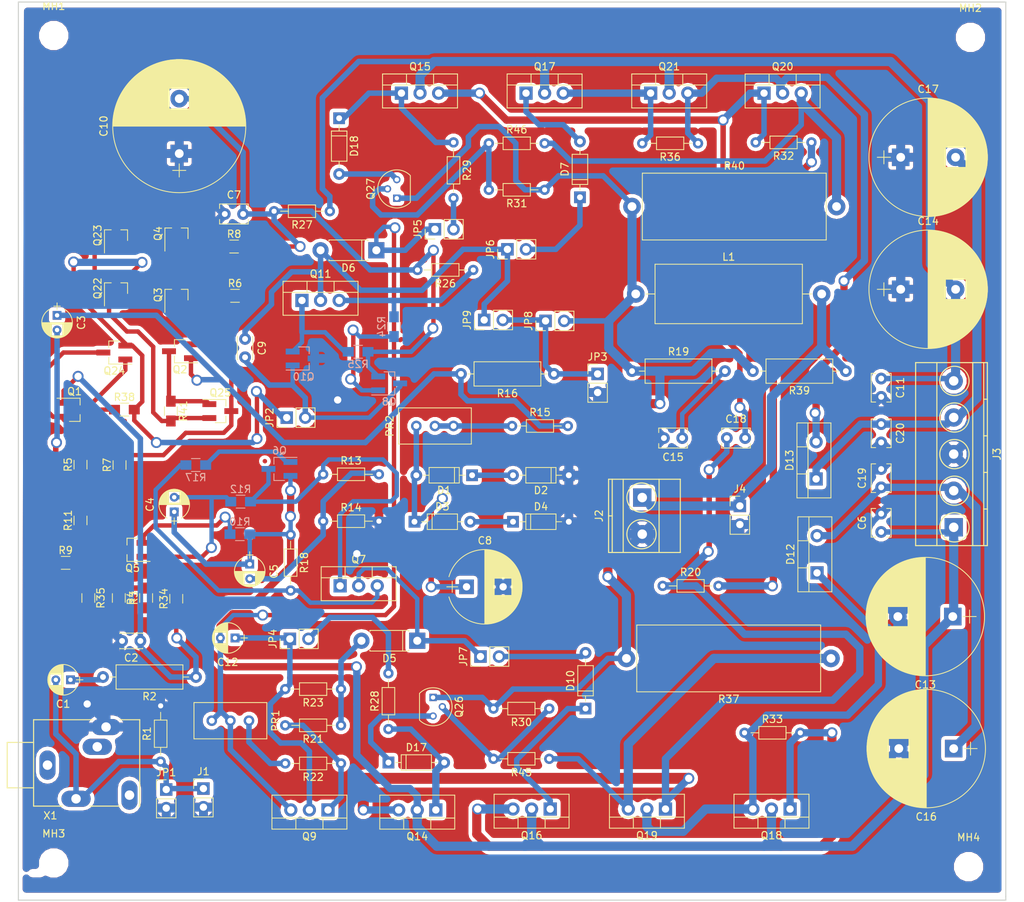
<source format=kicad_pcb>
(kicad_pcb (version 4) (host pcbnew 4.0.7)
  (layers (0 F.Cu mixed) (31 B.Cu mixed) (34 B.Paste user) (35 F.Paste user) (36 B.SilkS user) (37 F.SilkS user) (38 B.Mask user) (39 F.Mask user) (44 Edge.Cuts user))
  (net 0 "")
  (net 1 "Net-(C1-Pad1)")
  (net 2 "Net-(C1-Pad2)")
  (net 3 "Net-(C2-Pad1)")
  (net 4 GND)
  (net 5 "Net-(C3-Pad1)")
  (net 6 "Net-(C3-Pad2)")
  (net 7 "Net-(C4-Pad2)")
  (net 8 "Net-(C5-Pad2)")
  (net 9 "Net-(C10-Pad2)")
  (net 10 "Net-(C8-Pad1)")
  (net 11 "Net-(C9-Pad1)")
  (net 12 "Net-(C9-Pad2)")
  (net 13 "Net-(C12-Pad1)")
  (net 14 "Net-(C12-Pad2)")
  (net 15 "Net-(C15-Pad1)")
  (net 16 +VCC_15V)
  (net 17 VEE_-15V)
  (net 18 "Net-(C18-Pad1)")
  (net 19 "Net-(C18-Pad2)")
  (net 20 "Net-(D1-Pad1)")
  (net 21 "Net-(D3-Pad2)")
  (net 22 "Net-(D10-Pad2)")
  (net 23 "Net-(D5-Pad2)")
  (net 24 "Net-(D7-Pad2)")
  (net 25 "Net-(D10-Pad1)")
  (net 26 "Net-(D12-Pad1)")
  (net 27 "Net-(D13-Pad2)")
  (net 28 "Net-(D17-Pad1)")
  (net 29 "Net-(D17-Pad2)")
  (net 30 "Net-(D18-Pad1)")
  (net 31 "Net-(D18-Pad2)")
  (net 32 +VCC_40V)
  (net 33 VEE_-40V)
  (net 34 "Net-(J2-Pad1)")
  (net 35 "Net-(JP2-Pad1)")
  (net 36 "Net-(PR1-Pad1)")
  (net 37 "Net-(PR2-Pad2)")
  (net 38 "Net-(Q1-Pad2)")
  (net 39 "Net-(Q1-Pad3)")
  (net 40 "Net-(Q2-Pad2)")
  (net 41 "Net-(Q2-Pad3)")
  (net 42 "Net-(Q22-Pad2)")
  (net 43 "Net-(Q3-Pad2)")
  (net 44 "Net-(Q4-Pad2)")
  (net 45 "Net-(Q23-Pad2)")
  (net 46 "Net-(Q5-Pad2)")
  (net 47 "Net-(Q5-Pad3)")
  (net 48 "Net-(Q6-Pad1)")
  (net 49 "Net-(Q6-Pad3)")
  (net 50 "Net-(Q8-Pad1)")
  (net 51 "Net-(Q9-Pad1)")
  (net 52 "Net-(Q10-Pad2)")
  (net 53 "Net-(Q11-Pad3)")
  (net 54 "Net-(Q16-Pad3)")
  (net 55 "Net-(Q17-Pad3)")
  (net 56 "Net-(Q19-Pad3)")
  (net 57 "Net-(Q20-Pad3)")
  (net 58 "Net-(Q22-Pad1)")
  (net 59 "Net-(Q26-Pad2)")
  (net 60 "Net-(Q27-Pad2)")
  (net 61 "Net-(R3-Pad2)")
  (net 62 "Net-(R11-Pad2)")
  (net 63 "Net-(R20-Pad2)")
  (net 64 "Net-(D5-Pad1)")
  (net 65 "Net-(D7-Pad1)")
  (net 66 "Net-(JP4-Pad2)")
  (net 67 "Net-(JP5-Pad2)")
  (net 68 "Net-(JP8-Pad2)")
  (net 69 "Net-(JP3-Pad1)")
  (net 70 "Net-(Q7-Pad3)")
  (module Mounting_Holes:MountingHole_3mm (layer F.Cu) (at 57.785 138.176)
    (fp_text reference MH3 (at 0 -4) (layer F.SilkS))
    (fp_text value MountingHole_3mm)
    (pad 1 np_thru_hole circle (at 0 0) (size 3 3) (drill 3) (layers *.Cu *.Mask))
  )
  (module Resistors_THT:R_Axial_DIN0204_L3.6mm_D1.6mm_P7.62mm_Horizontal (layer F.Cu) (at 90.1446 93.345 270)
    (fp_text reference R18 (at 3.81 -1.86 270) (layer F.SilkS))
    (fp_text value 33)
    (pad 1 thru_hole circle (at 0 0 270) (size 1.4 1.4) (drill 0.7) (layers *.Cu *.Mask) (net 32 +VCC_40V))
    (pad 2 thru_hole oval (at 7.62 0 270) (size 1.4 1.4) (drill 0.7) (layers *.Cu *.Mask) (net 70 "Net-(Q7-Pad3)"))
  )
  (module TO_SOT_Packages_SMD:SOT-23_Handsoldering (layer F.Cu) (at 80.5434 76.454)
    (fp_text reference Q25 (at 0 -2.5) (layer F.SilkS))
    (fp_text value BC846)
    (pad 1 smd rect (at -1.5 -0.95) (size 1.9 0.8) (layers F.Cu F.Paste F.Mask) (net 41 "Net-(Q2-Pad3)"))
    (pad 2 smd rect (at -1.5 0.95) (size 1.9 0.8) (layers F.Cu F.Paste F.Mask) (net 58 "Net-(Q22-Pad1)"))
    (pad 3 smd rect (at 1.5 0) (size 1.9 0.8) (layers F.Cu F.Paste F.Mask) (net 40 "Net-(Q2-Pad2)"))
  )
  (module Capacitors_THT:CP_Radial_D4.0mm_P2.00mm (layer F.Cu) (at 60.071 113.157 180)
    (fp_text reference C1 (at 1 -3.31 180) (layer F.SilkS))
    (fp_text value 47u)
    (pad 1 thru_hole rect (at 0 0 180) (size 1.2 1.2) (drill 0.6) (layers *.Cu *.Mask) (net 1 "Net-(C1-Pad1)"))
    (pad 2 thru_hole circle (at 2 0 180) (size 1.2 1.2) (drill 0.6) (layers *.Cu *.Mask) (net 2 "Net-(C1-Pad2)"))
  )
  (module Capacitors_THT:C_Disc_D3.0mm_W2.0mm_P2.50mm (layer F.Cu) (at 69.6214 107.8484 180)
    (fp_text reference C2 (at 1.25 -2.31 180) (layer F.SilkS))
    (fp_text value 0.3n)
    (pad 1 thru_hole circle (at 0 0 180) (size 1.6 1.6) (drill 0.8) (layers *.Cu *.Mask) (net 3 "Net-(C2-Pad1)"))
    (pad 2 thru_hole circle (at 2.5 0 180) (size 1.6 1.6) (drill 0.8) (layers *.Cu *.Mask) (net 4 GND))
  )
  (module Capacitors_THT:CP_Radial_D4.0mm_P2.00mm (layer F.Cu) (at 58.2422 63.373 270)
    (fp_text reference C3 (at 1 -3.31 270) (layer F.SilkS))
    (fp_text value 100u)
    (pad 1 thru_hole rect (at 0 0 270) (size 1.2 1.2) (drill 0.6) (layers *.Cu *.Mask) (net 5 "Net-(C3-Pad1)"))
    (pad 2 thru_hole circle (at 2 0 270) (size 1.2 1.2) (drill 0.6) (layers *.Cu *.Mask) (net 6 "Net-(C3-Pad2)"))
  )
  (module Capacitors_THT:CP_Radial_D4.0mm_P2.00mm (layer F.Cu) (at 74.2442 90.2208 90)
    (fp_text reference C4 (at 1 -3.31 90) (layer F.SilkS))
    (fp_text value 47u)
    (pad 1 thru_hole rect (at 0 0 90) (size 1.2 1.2) (drill 0.6) (layers *.Cu *.Mask) (net 32 +VCC_40V))
    (pad 2 thru_hole circle (at 2 0 90) (size 1.2 1.2) (drill 0.6) (layers *.Cu *.Mask) (net 7 "Net-(C4-Pad2)"))
  )
  (module Capacitors_THT:CP_Radial_D4.0mm_P2.00mm (layer F.Cu) (at 84.5566 97.3582 270)
    (fp_text reference C5 (at 1 -3.31 270) (layer F.SilkS))
    (fp_text value 47u)
    (pad 1 thru_hole rect (at 0 0 270) (size 1.2 1.2) (drill 0.6) (layers *.Cu *.Mask) (net 32 +VCC_40V))
    (pad 2 thru_hole circle (at 2 0 270) (size 1.2 1.2) (drill 0.6) (layers *.Cu *.Mask) (net 8 "Net-(C5-Pad2)"))
  )
  (module Capacitors_THT:C_Disc_D3.8mm_W2.6mm_P2.50mm (layer F.Cu) (at 170.815 92.964 90)
    (fp_text reference C6 (at 1.25 -2.61 90) (layer F.SilkS))
    (fp_text value 100n)
    (pad 1 thru_hole circle (at 0 0 90) (size 1.6 1.6) (drill 0.8) (layers *.Cu *.Mask) (net 32 +VCC_40V))
    (pad 2 thru_hole circle (at 2.5 0 90) (size 1.6 1.6) (drill 0.8) (layers *.Cu *.Mask) (net 4 GND))
  )
  (module Capacitors_THT:C_Disc_D3.8mm_W2.6mm_P2.50mm (layer F.Cu) (at 81.153 49.53)
    (fp_text reference C7 (at 1.25 -2.61) (layer F.SilkS))
    (fp_text value 100n)
    (pad 1 thru_hole circle (at 0 0) (size 1.6 1.6) (drill 0.8) (layers *.Cu *.Mask) (net 4 GND))
    (pad 2 thru_hole circle (at 2.5 0) (size 1.6 1.6) (drill 0.8) (layers *.Cu *.Mask) (net 9 "Net-(C10-Pad2)"))
  )
  (module Capacitors_THT:CP_Radial_D10.0mm_P5.00mm (layer F.Cu) (at 114.173 100.457)
    (fp_text reference C8 (at 2.5 -6.31) (layer F.SilkS))
    (fp_text value 1000u)
    (pad 1 thru_hole rect (at 0 0) (size 2 2) (drill 1) (layers *.Cu *.Mask) (net 10 "Net-(C8-Pad1)"))
    (pad 2 thru_hole circle (at 5 0) (size 2 2) (drill 1) (layers *.Cu *.Mask) (net 4 GND))
  )
  (module Capacitors_THT:C_Disc_D3.0mm_W2.0mm_P2.50mm (layer F.Cu) (at 83.9216 66.5988 270)
    (fp_text reference C9 (at 1.25 -2.31 270) (layer F.SilkS))
    (fp_text value 33p)
    (pad 1 thru_hole circle (at 0 0 270) (size 1.6 1.6) (drill 0.8) (layers *.Cu *.Mask) (net 11 "Net-(C9-Pad1)"))
    (pad 2 thru_hole circle (at 2.5 0 270) (size 1.6 1.6) (drill 0.8) (layers *.Cu *.Mask) (net 12 "Net-(C9-Pad2)"))
  )
  (module Capacitors_THT:CP_Radial_D18.0mm_P7.50mm (layer F.Cu) (at 74.93 41.275 90)
    (fp_text reference C10 (at 3.75 -10.31 90) (layer F.SilkS))
    (fp_text value 1000u)
    (pad 1 thru_hole rect (at 0 0 90) (size 2.4 2.4) (drill 1.2) (layers *.Cu *.Mask) (net 4 GND))
    (pad 2 thru_hole circle (at 7.5 0 90) (size 2.4 2.4) (drill 1.2) (layers *.Cu *.Mask) (net 9 "Net-(C10-Pad2)"))
  )
  (module Capacitors_THT:C_Disc_D3.8mm_W2.6mm_P2.50mm (layer F.Cu) (at 170.815 72.009 270)
    (fp_text reference C11 (at 1.25 -2.61 270) (layer F.SilkS))
    (fp_text value 100n)
    (pad 1 thru_hole circle (at 0 0 270) (size 1.6 1.6) (drill 0.8) (layers *.Cu *.Mask) (net 33 VEE_-40V))
    (pad 2 thru_hole circle (at 2.5 0 270) (size 1.6 1.6) (drill 0.8) (layers *.Cu *.Mask) (net 4 GND))
  )
  (module Capacitors_THT:CP_Radial_D4.0mm_P2.00mm (layer F.Cu) (at 82.55 107.442 180)
    (fp_text reference C12 (at 1 -3.31 180) (layer F.SilkS))
    (fp_text value 47u)
    (pad 1 thru_hole rect (at 0 0 180) (size 1.2 1.2) (drill 0.6) (layers *.Cu *.Mask) (net 13 "Net-(C12-Pad1)"))
    (pad 2 thru_hole circle (at 2 0 180) (size 1.2 1.2) (drill 0.6) (layers *.Cu *.Mask) (net 14 "Net-(C12-Pad2)"))
  )
  (module Capacitors_THT:CP_Radial_D16.0mm_P7.50mm (layer F.Cu) (at 180.594 104.521 180)
    (fp_text reference C13 (at 3.75 -9.31 180) (layer F.SilkS))
    (fp_text value 220u)
    (pad 1 thru_hole rect (at 0 0 180) (size 2.4 2.4) (drill 1.2) (layers *.Cu *.Mask) (net 32 +VCC_40V))
    (pad 2 thru_hole circle (at 7.5 0 180) (size 2.4 2.4) (drill 1.2) (layers *.Cu *.Mask) (net 4 GND))
  )
  (module Capacitors_THT:CP_Radial_D16.0mm_P7.50mm (layer F.Cu) (at 173.482 59.817)
    (fp_text reference C14 (at 3.75 -9.31) (layer F.SilkS))
    (fp_text value 220u)
    (pad 1 thru_hole rect (at 0 0) (size 2.4 2.4) (drill 1.2) (layers *.Cu *.Mask) (net 4 GND))
    (pad 2 thru_hole circle (at 7.5 0) (size 2.4 2.4) (drill 1.2) (layers *.Cu *.Mask) (net 33 VEE_-40V))
  )
  (module Capacitors_THT:C_Disc_D3.8mm_W2.6mm_P2.50mm (layer F.Cu) (at 143.637 80.137 180)
    (fp_text reference C15 (at 1.25 -2.61 180) (layer F.SilkS))
    (fp_text value 100n)
    (pad 1 thru_hole circle (at 0 0 180) (size 1.6 1.6) (drill 0.8) (layers *.Cu *.Mask) (net 15 "Net-(C15-Pad1)"))
    (pad 2 thru_hole circle (at 2.5 0 180) (size 1.6 1.6) (drill 0.8) (layers *.Cu *.Mask) (net 4 GND))
  )
  (module Capacitors_THT:CP_Radial_D16.0mm_P7.50mm (layer F.Cu) (at 180.721 122.555 180)
    (fp_text reference C16 (at 3.75 -9.31 180) (layer F.SilkS))
    (fp_text value 220u)
    (pad 1 thru_hole rect (at 0 0 180) (size 2.4 2.4) (drill 1.2) (layers *.Cu *.Mask) (net 16 +VCC_15V))
    (pad 2 thru_hole circle (at 7.5 0 180) (size 2.4 2.4) (drill 1.2) (layers *.Cu *.Mask) (net 4 GND))
  )
  (module Capacitors_THT:CP_Radial_D16.0mm_P7.50mm (layer F.Cu) (at 173.482 41.783)
    (fp_text reference C17 (at 3.75 -9.31) (layer F.SilkS))
    (fp_text value 220u)
    (pad 1 thru_hole rect (at 0 0) (size 2.4 2.4) (drill 1.2) (layers *.Cu *.Mask) (net 4 GND))
    (pad 2 thru_hole circle (at 7.5 0) (size 2.4 2.4) (drill 1.2) (layers *.Cu *.Mask) (net 17 VEE_-15V))
  )
  (module Capacitors_THT:C_Disc_D3.8mm_W2.6mm_P2.50mm (layer F.Cu) (at 149.733 80.137)
    (fp_text reference C18 (at 1.25 -2.61) (layer F.SilkS))
    (fp_text value 100n)
    (pad 1 thru_hole circle (at 0 0) (size 1.6 1.6) (drill 0.8) (layers *.Cu *.Mask) (net 18 "Net-(C18-Pad1)"))
    (pad 2 thru_hole circle (at 2.5 0) (size 1.6 1.6) (drill 0.8) (layers *.Cu *.Mask) (net 19 "Net-(C18-Pad2)"))
  )
  (module Capacitors_THT:C_Disc_D3.8mm_W2.6mm_P2.50mm (layer F.Cu) (at 170.815 86.868 90)
    (fp_text reference C19 (at 1.25 -2.61 90) (layer F.SilkS))
    (fp_text value 100n)
    (pad 1 thru_hole circle (at 0 0 90) (size 1.6 1.6) (drill 0.8) (layers *.Cu *.Mask) (net 16 +VCC_15V))
    (pad 2 thru_hole circle (at 2.5 0 90) (size 1.6 1.6) (drill 0.8) (layers *.Cu *.Mask) (net 4 GND))
  )
  (module Capacitors_THT:C_Disc_D3.8mm_W2.6mm_P2.50mm (layer F.Cu) (at 170.815 78.232 270)
    (fp_text reference C20 (at 1.25 -2.61 270) (layer F.SilkS))
    (fp_text value 100n)
    (pad 1 thru_hole circle (at 0 0 270) (size 1.6 1.6) (drill 0.8) (layers *.Cu *.Mask) (net 17 VEE_-15V))
    (pad 2 thru_hole circle (at 2.5 0 270) (size 1.6 1.6) (drill 0.8) (layers *.Cu *.Mask) (net 4 GND))
  )
  (module Diodes_THT:D_DO-35_SOD27_P7.62mm_Horizontal (layer F.Cu) (at 114.935 85.217 180)
    (fp_text reference D1 (at 3.81 -2.06 180) (layer F.SilkS))
    (fp_text value 1N4148)
    (pad 1 thru_hole rect (at 0 0 180) (size 1.6 1.6) (drill 0.8) (layers *.Cu *.Mask) (net 20 "Net-(D1-Pad1)"))
    (pad 2 thru_hole oval (at 7.62 0 180) (size 1.6 1.6) (drill 0.8) (layers *.Cu *.Mask) (net 10 "Net-(C8-Pad1)"))
  )
  (module Diodes_THT:D_DO-35_SOD27_P7.62mm_Horizontal (layer F.Cu) (at 128.143 85.217 180)
    (fp_text reference D2 (at 3.81 -2.06 180) (layer F.SilkS))
    (fp_text value 1N4148)
    (pad 1 thru_hole rect (at 0 0 180) (size 1.6 1.6) (drill 0.8) (layers *.Cu *.Mask) (net 4 GND))
    (pad 2 thru_hole oval (at 7.62 0 180) (size 1.6 1.6) (drill 0.8) (layers *.Cu *.Mask) (net 20 "Net-(D1-Pad1)"))
  )
  (module Diodes_THT:D_DO-35_SOD27_P7.62mm_Horizontal (layer F.Cu) (at 107.061 91.567)
    (fp_text reference D3 (at 3.81 -2.06) (layer F.SilkS))
    (fp_text value 1N4148)
    (pad 1 thru_hole rect (at 0 0) (size 1.6 1.6) (drill 0.8) (layers *.Cu *.Mask) (net 10 "Net-(C8-Pad1)"))
    (pad 2 thru_hole oval (at 7.62 0) (size 1.6 1.6) (drill 0.8) (layers *.Cu *.Mask) (net 21 "Net-(D3-Pad2)"))
  )
  (module Diodes_THT:D_DO-35_SOD27_P7.62mm_Horizontal (layer F.Cu) (at 120.523 91.567)
    (fp_text reference D4 (at 3.81 -2.06) (layer F.SilkS))
    (fp_text value 1N4148)
    (pad 1 thru_hole rect (at 0 0) (size 1.6 1.6) (drill 0.8) (layers *.Cu *.Mask) (net 21 "Net-(D3-Pad2)"))
    (pad 2 thru_hole oval (at 7.62 0) (size 1.6 1.6) (drill 0.8) (layers *.Cu *.Mask) (net 4 GND))
  )
  (module Diodes_THT:D_DO-41_SOD81_P7.62mm_Horizontal (layer F.Cu) (at 107.442 107.823 180)
    (fp_text reference D5 (at 3.81 -2.41 180) (layer F.SilkS))
    (fp_text value 1N4728)
    (pad 1 thru_hole rect (at 0 0 180) (size 2.2 2.2) (drill 1.1) (layers *.Cu *.Mask) (net 64 "Net-(D5-Pad1)"))
    (pad 2 thru_hole oval (at 7.62 0 180) (size 2.2 2.2) (drill 1.1) (layers *.Cu *.Mask) (net 23 "Net-(D5-Pad2)"))
  )
  (module Diodes_THT:D_DO-41_SOD81_P7.62mm_Horizontal (layer F.Cu) (at 101.854 54.483 180)
    (fp_text reference D6 (at 3.81 -2.41 180) (layer F.SilkS))
    (fp_text value 1N4728)
    (pad 1 thru_hole rect (at 0 0 180) (size 2.2 2.2) (drill 1.1) (layers *.Cu *.Mask) (net 14 "Net-(C12-Pad2)"))
    (pad 2 thru_hole oval (at 7.62 0 180) (size 2.2 2.2) (drill 1.1) (layers *.Cu *.Mask) (net 11 "Net-(C9-Pad1)"))
  )
  (module Diodes_THT:D_DO-35_SOD27_P7.62mm_Horizontal (layer F.Cu) (at 129.667 47.244 90)
    (fp_text reference D7 (at 3.81 -2.06 90) (layer F.SilkS))
    (fp_text value 1N4148)
    (pad 1 thru_hole rect (at 0 0 90) (size 1.6 1.6) (drill 0.8) (layers *.Cu *.Mask) (net 65 "Net-(D7-Pad1)"))
    (pad 2 thru_hole oval (at 7.62 0 90) (size 1.6 1.6) (drill 0.8) (layers *.Cu *.Mask) (net 24 "Net-(D7-Pad2)"))
  )
  (module Diodes_THT:D_DO-35_SOD27_P7.62mm_Horizontal (layer F.Cu) (at 130.429 117.094 90)
    (fp_text reference D10 (at 3.81 -2.06 90) (layer F.SilkS))
    (fp_text value 1N4148)
    (pad 1 thru_hole rect (at 0 0 90) (size 1.6 1.6) (drill 0.8) (layers *.Cu *.Mask) (net 25 "Net-(D10-Pad1)"))
    (pad 2 thru_hole oval (at 7.62 0 90) (size 1.6 1.6) (drill 0.8) (layers *.Cu *.Mask) (net 22 "Net-(D10-Pad2)"))
  )
  (module TO_SOT_Packages_THT:TO-220-2_Vertical (layer F.Cu) (at 162.052 98.552 90)
    (fp_text reference D12 (at 2.54 -3.62 90) (layer F.SilkS))
    (fp_text value MUR860)
    (pad 1 thru_hole rect (at 0 0 90) (size 1.8 1.8) (drill 1) (layers *.Cu *.Mask) (net 26 "Net-(D12-Pad1)"))
    (pad 2 thru_hole oval (at 5.08 0 90) (size 1.8 1.8) (drill 1) (layers *.Cu *.Mask) (net 16 +VCC_15V))
  )
  (module TO_SOT_Packages_THT:TO-220-2_Vertical (layer F.Cu) (at 161.925 85.725 90)
    (fp_text reference D13 (at 2.54 -3.62 90) (layer F.SilkS))
    (fp_text value MUR860)
    (pad 1 thru_hole rect (at 0 0 90) (size 1.8 1.8) (drill 1) (layers *.Cu *.Mask) (net 17 VEE_-15V))
    (pad 2 thru_hole oval (at 5.08 0 90) (size 1.8 1.8) (drill 1) (layers *.Cu *.Mask) (net 27 "Net-(D13-Pad2)"))
  )
  (module Diodes_THT:D_DO-35_SOD27_P7.62mm_Horizontal (layer F.Cu) (at 103.505 124.46)
    (fp_text reference D17 (at 3.81 -2.06) (layer F.SilkS))
    (fp_text value 1N4148)
    (pad 1 thru_hole rect (at 0 0) (size 1.6 1.6) (drill 0.8) (layers *.Cu *.Mask) (net 28 "Net-(D17-Pad1)"))
    (pad 2 thru_hole oval (at 7.62 0) (size 1.6 1.6) (drill 0.8) (layers *.Cu *.Mask) (net 29 "Net-(D17-Pad2)"))
  )
  (module Diodes_THT:D_DO-35_SOD27_P7.62mm_Horizontal (layer F.Cu) (at 96.774 36.449 270)
    (fp_text reference D18 (at 3.81 -2.06 270) (layer F.SilkS))
    (fp_text value 1N4148)
    (pad 1 thru_hole rect (at 0 0 270) (size 1.6 1.6) (drill 0.8) (layers *.Cu *.Mask) (net 30 "Net-(D18-Pad1)"))
    (pad 2 thru_hole oval (at 7.62 0 270) (size 1.6 1.6) (drill 0.8) (layers *.Cu *.Mask) (net 31 "Net-(D18-Pad2)"))
  )
  (module Pin_Headers:Pin_Header_Straight_1x02_Pitch2.54mm (layer F.Cu) (at 78.232 128.016)
    (fp_text reference J1 (at 0 -2.33) (layer F.SilkS))
    (fp_text value Conn_IN)
    (pad 1 thru_hole rect (at 0 0) (size 1.7 1.7) (drill 1) (layers *.Cu *.Mask) (net 2 "Net-(C1-Pad2)"))
    (pad 2 thru_hole oval (at 0 2.54) (size 1.7 1.7) (drill 1) (layers *.Cu *.Mask) (net 4 GND))
  )
  (module TerminalBlocks_Phoenix:TerminalBlock_Phoenix_MKDS1.5-2pol (layer F.Cu) (at 138.176 88.265 270)
    (fp_text reference J2 (at 2.5 5.9 270) (layer F.SilkS))
    (fp_text value LOAD_CONN)
    (pad 1 thru_hole rect (at 0 0 270) (size 2.5 2.5) (drill 1.3) (layers *.Cu *.Mask) (net 34 "Net-(J2-Pad1)"))
    (pad 2 thru_hole circle (at 5 0 270) (size 2.5 2.5) (drill 1.3) (layers *.Cu *.Mask) (net 4 GND))
  )
  (module TerminalBlocks_Phoenix:TerminalBlock_Phoenix_MKDS1.5-5pol (layer F.Cu) (at 180.721 92.329 90)
    (fp_text reference J3 (at 10 5.9 90) (layer F.SilkS))
    (fp_text value SUPPLY_CONN)
    (pad 5 thru_hole circle (at 20 0 90) (size 2.5 2.5) (drill 1.3) (layers *.Cu *.Mask) (net 33 VEE_-40V))
    (pad 4 thru_hole circle (at 15 0 90) (size 2.5 2.5) (drill 1.3) (layers *.Cu *.Mask) (net 17 VEE_-15V))
    (pad 3 thru_hole circle (at 10 0 90) (size 2.5 2.5) (drill 1.3) (layers *.Cu *.Mask) (net 4 GND))
    (pad 1 thru_hole rect (at 0 0 90) (size 2.5 2.5) (drill 1.3) (layers *.Cu *.Mask) (net 32 +VCC_40V))
    (pad 2 thru_hole circle (at 5 0 90) (size 2.5 2.5) (drill 1.3) (layers *.Cu *.Mask) (net 16 +VCC_15V))
  )
  (module Pin_Headers:Pin_Header_Straight_1x02_Pitch2.54mm (layer F.Cu) (at 73.152 128.143)
    (fp_text reference JP1 (at 0 -2.33) (layer F.SilkS))
    (fp_text value Jumper_NO_Small)
    (pad 1 thru_hole rect (at 0 0) (size 1.7 1.7) (drill 1) (layers *.Cu *.Mask) (net 2 "Net-(C1-Pad2)"))
    (pad 2 thru_hole oval (at 0 2.54) (size 1.7 1.7) (drill 1) (layers *.Cu *.Mask) (net 4 GND))
  )
  (module Pin_Headers:Pin_Header_Straight_1x02_Pitch2.54mm (layer F.Cu) (at 89.6112 77.343 90)
    (fp_text reference JP2 (at 0 -2.33 90) (layer F.SilkS))
    (fp_text value Diff_Stage_Jumper)
    (pad 1 thru_hole rect (at 0 0 90) (size 1.7 1.7) (drill 1) (layers *.Cu *.Mask) (net 35 "Net-(JP2-Pad1)"))
    (pad 2 thru_hole oval (at 0 2.54 90) (size 1.7 1.7) (drill 1) (layers *.Cu *.Mask) (net 12 "Net-(C9-Pad2)"))
  )
  (module Pin_Headers:Pin_Header_Straight_1x02_Pitch2.54mm (layer F.Cu) (at 132.08 71.374)
    (fp_text reference JP3 (at 0 -2.33) (layer F.SilkS))
    (fp_text value Jumper_Q2)
    (pad 1 thru_hole rect (at 0 0) (size 1.7 1.7) (drill 1) (layers *.Cu *.Mask) (net 69 "Net-(JP3-Pad1)"))
    (pad 2 thru_hole oval (at 0 2.54) (size 1.7 1.7) (drill 1) (layers *.Cu *.Mask) (net 4 GND))
  )
  (module Pin_Headers:Pin_Header_Straight_1x02_Pitch2.54mm (layer F.Cu) (at 90.043 107.569 90)
    (fp_text reference JP4 (at 0 -2.33 90) (layer F.SilkS))
    (fp_text value Low_Pos_Jumper)
    (pad 1 thru_hole rect (at 0 0 90) (size 1.7 1.7) (drill 1) (layers *.Cu *.Mask) (net 13 "Net-(C12-Pad1)"))
    (pad 2 thru_hole oval (at 0 2.54 90) (size 1.7 1.7) (drill 1) (layers *.Cu *.Mask) (net 66 "Net-(JP4-Pad2)"))
  )
  (module Potentiometers:Potentiometer_Trimmer_Suntan_TSR-3386C_Vertical (layer F.Cu) (at 84.455 118.745 270)
    (fp_text reference PR1 (at 0 -3.625 270) (layer F.SilkS))
    (fp_text value 1k)
    (pad 3 thru_hole circle (at 0 5.08 270) (size 1.44 1.44) (drill 0.8) (layers *.Cu *.Mask) (net 14 "Net-(C12-Pad2)"))
    (pad 2 thru_hole circle (at 0 2.54 270) (size 1.44 1.44) (drill 0.8) (layers *.Cu *.Mask) (net 14 "Net-(C12-Pad2)"))
    (pad 1 thru_hole circle (at 0 0 270) (size 1.44 1.44) (drill 0.8) (layers *.Cu *.Mask) (net 36 "Net-(PR1-Pad1)"))
  )
  (module Potentiometers:Potentiometer_Trimmer_Suntan_TSR-3386C_Vertical (layer F.Cu) (at 107.315 78.486 90)
    (fp_text reference PR2 (at 0 -3.625 90) (layer F.SilkS))
    (fp_text value 100)
    (pad 3 thru_hole circle (at 0 5.08 90) (size 1.44 1.44) (drill 0.8) (layers *.Cu *.Mask) (net 37 "Net-(PR2-Pad2)"))
    (pad 2 thru_hole circle (at 0 2.54 90) (size 1.44 1.44) (drill 0.8) (layers *.Cu *.Mask) (net 37 "Net-(PR2-Pad2)"))
    (pad 1 thru_hole circle (at 0 0 90) (size 1.44 1.44) (drill 0.8) (layers *.Cu *.Mask) (net 10 "Net-(C8-Pad1)"))
  )
  (module TO_SOT_Packages_SMD:SOT-23_Handsoldering (layer F.Cu) (at 60.6298 76.2762)
    (fp_text reference Q1 (at 0 -2.5) (layer F.SilkS))
    (fp_text value BC856)
    (pad 1 smd rect (at -1.5 -0.95) (size 1.9 0.8) (layers F.Cu F.Paste F.Mask) (net 3 "Net-(C2-Pad1)"))
    (pad 2 smd rect (at -1.5 0.95) (size 1.9 0.8) (layers F.Cu F.Paste F.Mask) (net 38 "Net-(Q1-Pad2)"))
    (pad 3 smd rect (at 1.5 0) (size 1.9 0.8) (layers F.Cu F.Paste F.Mask) (net 39 "Net-(Q1-Pad3)"))
  )
  (module TO_SOT_Packages_SMD:SOT-23_Handsoldering (layer F.Cu) (at 75.0316 68.2752 180)
    (fp_text reference Q2 (at 0 -2.5 180) (layer F.SilkS))
    (fp_text value BC856)
    (pad 1 smd rect (at -1.5 -0.95 180) (size 1.9 0.8) (layers F.Cu F.Paste F.Mask) (net 5 "Net-(C3-Pad1)"))
    (pad 2 smd rect (at -1.5 0.95 180) (size 1.9 0.8) (layers F.Cu F.Paste F.Mask) (net 40 "Net-(Q2-Pad2)"))
    (pad 3 smd rect (at 1.5 0 180) (size 1.9 0.8) (layers F.Cu F.Paste F.Mask) (net 41 "Net-(Q2-Pad3)"))
  )
  (module TO_SOT_Packages_SMD:SOT-23_Handsoldering (layer F.Cu) (at 74.549 60.579 90)
    (fp_text reference Q3 (at 0 -2.5 90) (layer F.SilkS))
    (fp_text value BC846)
    (pad 1 smd rect (at -1.5 -0.95 90) (size 1.9 0.8) (layers F.Cu F.Paste F.Mask) (net 42 "Net-(Q22-Pad2)"))
    (pad 2 smd rect (at -1.5 0.95 90) (size 1.9 0.8) (layers F.Cu F.Paste F.Mask) (net 43 "Net-(Q3-Pad2)"))
    (pad 3 smd rect (at 1.5 0 90) (size 1.9 0.8) (layers F.Cu F.Paste F.Mask) (net 42 "Net-(Q22-Pad2)"))
  )
  (module TO_SOT_Packages_SMD:SOT-23_Handsoldering (layer F.Cu) (at 74.549 52.197 90)
    (fp_text reference Q4 (at 0 -2.5 90) (layer F.SilkS))
    (fp_text value BC846)
    (pad 1 smd rect (at -1.5 -0.95 90) (size 1.9 0.8) (layers F.Cu F.Paste F.Mask) (net 42 "Net-(Q22-Pad2)"))
    (pad 2 smd rect (at -1.5 0.95 90) (size 1.9 0.8) (layers F.Cu F.Paste F.Mask) (net 44 "Net-(Q4-Pad2)"))
    (pad 3 smd rect (at 1.5 0 90) (size 1.9 0.8) (layers F.Cu F.Paste F.Mask) (net 45 "Net-(Q23-Pad2)"))
  )
  (module TO_SOT_Packages_SMD:SOT-23_Handsoldering (layer F.Cu) (at 68.5546 95.4024 180)
    (fp_text reference Q5 (at 0 -2.5 180) (layer F.SilkS))
    (fp_text value BC856)
    (pad 1 smd rect (at -1.5 -0.95 180) (size 1.9 0.8) (layers F.Cu F.Paste F.Mask) (net 7 "Net-(C4-Pad2)"))
    (pad 2 smd rect (at -1.5 0.95 180) (size 1.9 0.8) (layers F.Cu F.Paste F.Mask) (net 46 "Net-(Q5-Pad2)"))
    (pad 3 smd rect (at 1.5 0 180) (size 1.9 0.8) (layers F.Cu F.Paste F.Mask) (net 47 "Net-(Q5-Pad3)"))
  )
  (module TO_SOT_Packages_SMD:SOT-23_Handsoldering (layer B.Cu) (at 88.6206 84.3534 180)
    (fp_text reference Q6 (at 0 2.5 180) (layer B.SilkS) (effects (justify mirror)))
    (fp_text value BC856)
    (pad 1 smd rect (at -1.5 0.95 180) (size 1.9 0.8) (layers B.Cu B.Paste B.Mask) (net 48 "Net-(Q6-Pad1)"))
    (pad 2 smd rect (at -1.5 -0.95 180) (size 1.9 0.8) (layers B.Cu B.Paste B.Mask) (net 32 +VCC_40V))
    (pad 3 smd rect (at 1.5 0 180) (size 1.9 0.8) (layers B.Cu B.Paste B.Mask) (net 49 "Net-(Q6-Pad3)"))
  )
  (module TO_SOT_Packages_SMD:SOT-23_Handsoldering (layer B.Cu) (at 103.6066 72.6694)
    (fp_text reference Q8 (at 0 2.5) (layer B.SilkS) (effects (justify mirror)))
    (fp_text value BC846)
    (pad 1 smd rect (at -1.5 0.95) (size 1.9 0.8) (layers B.Cu B.Paste B.Mask) (net 50 "Net-(Q8-Pad1)"))
    (pad 2 smd rect (at -1.5 -0.95) (size 1.9 0.8) (layers B.Cu B.Paste B.Mask) (net 9 "Net-(C10-Pad2)"))
    (pad 3 smd rect (at 1.5 0) (size 1.9 0.8) (layers B.Cu B.Paste B.Mask) (net 12 "Net-(C9-Pad2)"))
  )
  (module TO_SOT_Packages_SMD:SOT-23_Handsoldering (layer B.Cu) (at 91.9226 69.2658)
    (fp_text reference Q10 (at 0 2.5) (layer B.SilkS) (effects (justify mirror)))
    (fp_text value BC846)
    (pad 1 smd rect (at -1.5 0.95) (size 1.9 0.8) (layers B.Cu B.Paste B.Mask) (net 12 "Net-(C9-Pad2)"))
    (pad 2 smd rect (at -1.5 -0.95) (size 1.9 0.8) (layers B.Cu B.Paste B.Mask) (net 52 "Net-(Q10-Pad2)"))
    (pad 3 smd rect (at 1.5 0) (size 1.9 0.8) (layers B.Cu B.Paste B.Mask) (net 4 GND))
  )
  (module TO_SOT_Packages_THT:TO-220-3_Vertical (layer F.Cu) (at 158.369 130.81 180)
    (fp_text reference Q18 (at 2.54 -3.62 180) (layer F.SilkS))
    (fp_text value 2SC5200)
    (pad 1 thru_hole rect (at 0 0 180) (size 1.8 1.8) (drill 1) (layers *.Cu *.Mask) (net 54 "Net-(Q16-Pad3)"))
    (pad 2 thru_hole oval (at 2.54 0 180) (size 1.8 1.8) (drill 1) (layers *.Cu *.Mask) (net 32 +VCC_40V))
    (pad 3 thru_hole oval (at 5.08 0 180) (size 1.8 1.8) (drill 1) (layers *.Cu *.Mask) (net 26 "Net-(D12-Pad1)"))
  )
  (module TO_SOT_Packages_THT:TO-220-3_Vertical (layer F.Cu) (at 141.351 130.81 180)
    (fp_text reference Q19 (at 2.54 -3.62 180) (layer F.SilkS))
    (fp_text value 2SC5200)
    (pad 1 thru_hole rect (at 0 0 180) (size 1.8 1.8) (drill 1) (layers *.Cu *.Mask) (net 18 "Net-(C18-Pad1)"))
    (pad 2 thru_hole oval (at 2.54 0 180) (size 1.8 1.8) (drill 1) (layers *.Cu *.Mask) (net 26 "Net-(D12-Pad1)"))
    (pad 3 thru_hole oval (at 5.08 0 180) (size 1.8 1.8) (drill 1) (layers *.Cu *.Mask) (net 56 "Net-(Q19-Pad3)"))
  )
  (module TO_SOT_Packages_THT:TO-220-3_Vertical (layer F.Cu) (at 154.813 33.02)
    (fp_text reference Q20 (at 2.54 -3.62) (layer F.SilkS))
    (fp_text value 2SA1943)
    (pad 1 thru_hole rect (at 0 0) (size 1.8 1.8) (drill 1) (layers *.Cu *.Mask) (net 19 "Net-(C18-Pad2)"))
    (pad 2 thru_hole oval (at 2.54 0) (size 1.8 1.8) (drill 1) (layers *.Cu *.Mask) (net 27 "Net-(D13-Pad2)"))
    (pad 3 thru_hole oval (at 5.08 0) (size 1.8 1.8) (drill 1) (layers *.Cu *.Mask) (net 57 "Net-(Q20-Pad3)"))
  )
  (module TO_SOT_Packages_THT:TO-220-3_Vertical (layer F.Cu) (at 139.319 33.02)
    (fp_text reference Q21 (at 2.54 -3.62) (layer F.SilkS))
    (fp_text value 2SA1943)
    (pad 1 thru_hole rect (at 0 0) (size 1.8 1.8) (drill 1) (layers *.Cu *.Mask) (net 55 "Net-(Q17-Pad3)"))
    (pad 2 thru_hole oval (at 2.54 0) (size 1.8 1.8) (drill 1) (layers *.Cu *.Mask) (net 33 VEE_-40V))
    (pad 3 thru_hole oval (at 5.08 0) (size 1.8 1.8) (drill 1) (layers *.Cu *.Mask) (net 27 "Net-(D13-Pad2)"))
  )
  (module TO_SOT_Packages_SMD:SOT-23_Handsoldering (layer F.Cu) (at 66.294 59.69 90)
    (fp_text reference Q22 (at 0 -2.5 90) (layer F.SilkS))
    (fp_text value BC846)
    (pad 1 smd rect (at -1.5 -0.95 90) (size 1.9 0.8) (layers F.Cu F.Paste F.Mask) (net 58 "Net-(Q22-Pad1)"))
    (pad 2 smd rect (at -1.5 0.95 90) (size 1.9 0.8) (layers F.Cu F.Paste F.Mask) (net 42 "Net-(Q22-Pad2)"))
    (pad 3 smd rect (at 1.5 0 90) (size 1.9 0.8) (layers F.Cu F.Paste F.Mask) (net 35 "Net-(JP2-Pad1)"))
  )
  (module TO_SOT_Packages_SMD:SOT-23_Handsoldering (layer F.Cu) (at 66.294 52.451 90)
    (fp_text reference Q23 (at 0 -2.5 90) (layer F.SilkS))
    (fp_text value BC846)
    (pad 1 smd rect (at -1.5 -0.95 90) (size 1.9 0.8) (layers F.Cu F.Paste F.Mask) (net 58 "Net-(Q22-Pad1)"))
    (pad 2 smd rect (at -1.5 0.95 90) (size 1.9 0.8) (layers F.Cu F.Paste F.Mask) (net 45 "Net-(Q23-Pad2)"))
    (pad 3 smd rect (at 1.5 0 90) (size 1.9 0.8) (layers F.Cu F.Paste F.Mask) (net 58 "Net-(Q22-Pad1)"))
  )
  (module TO_SOT_Packages_SMD:SOT-23_Handsoldering (layer F.Cu) (at 66.0654 68.453 180)
    (fp_text reference Q24 (at 0 -2.5 180) (layer F.SilkS))
    (fp_text value BC846)
    (pad 1 smd rect (at -1.5 -0.95 180) (size 1.9 0.8) (layers F.Cu F.Paste F.Mask) (net 39 "Net-(Q1-Pad3)"))
    (pad 2 smd rect (at -1.5 0.95 180) (size 1.9 0.8) (layers F.Cu F.Paste F.Mask) (net 35 "Net-(JP2-Pad1)"))
    (pad 3 smd rect (at 1.5 0 180) (size 1.9 0.8) (layers F.Cu F.Paste F.Mask) (net 38 "Net-(Q1-Pad2)"))
  )
  (module TO_SOT_Packages_THT:TO-92_Molded_Narrow (layer F.Cu) (at 109.601 115.57 270)
    (fp_text reference Q26 (at 1.27 -3.56 270) (layer F.SilkS))
    (fp_text value MPSA42)
    (pad 2 thru_hole circle (at 1.27 -1.27) (size 1 1) (drill 0.6) (layers *.Cu *.Mask) (net 59 "Net-(Q26-Pad2)"))
    (pad 3 thru_hole circle (at 2.54 0) (size 1 1) (drill 0.6) (layers *.Cu *.Mask) (net 28 "Net-(D17-Pad1)"))
    (pad 1 thru_hole rect (at 0 0) (size 1 1) (drill 0.6) (layers *.Cu *.Mask) (net 68 "Net-(JP8-Pad2)"))
  )
  (module TO_SOT_Packages_THT:TO-92_Molded_Narrow (layer F.Cu) (at 104.648 47.371 90)
    (fp_text reference Q27 (at 1.27 -3.56 90) (layer F.SilkS))
    (fp_text value MPSA92)
    (pad 2 thru_hole circle (at 1.27 -1.27 180) (size 1 1) (drill 0.6) (layers *.Cu *.Mask) (net 60 "Net-(Q27-Pad2)"))
    (pad 3 thru_hole circle (at 2.54 0 180) (size 1 1) (drill 0.6) (layers *.Cu *.Mask) (net 31 "Net-(D18-Pad2)"))
    (pad 1 thru_hole rect (at 0 0 180) (size 1 1) (drill 0.6) (layers *.Cu *.Mask) (net 68 "Net-(JP8-Pad2)"))
  )
  (module Resistors_THT:R_Axial_DIN0204_L3.6mm_D1.6mm_P7.62mm_Horizontal (layer F.Cu) (at 72.39 124.333 90)
    (fp_text reference R1 (at 3.81 -1.86 90) (layer F.SilkS))
    (fp_text value 100k)
    (pad 1 thru_hole circle (at 0 0 90) (size 1.4 1.4) (drill 0.7) (layers *.Cu *.Mask) (net 2 "Net-(C1-Pad2)"))
    (pad 2 thru_hole oval (at 7.62 0 90) (size 1.4 1.4) (drill 0.7) (layers *.Cu *.Mask) (net 4 GND))
  )
  (module Resistors_THT:R_Axial_DIN0309_L9.0mm_D3.2mm_P12.70mm_Horizontal (layer F.Cu) (at 77.216 112.776 180)
    (fp_text reference R2 (at 6.35 -2.66 180) (layer F.SilkS))
    (fp_text value 10)
    (pad 1 thru_hole circle (at 0 0 180) (size 1.6 1.6) (drill 0.8) (layers *.Cu *.Mask) (net 3 "Net-(C2-Pad1)"))
    (pad 2 thru_hole oval (at 12.7 0 180) (size 1.6 1.6) (drill 0.8) (layers *.Cu *.Mask) (net 1 "Net-(C1-Pad1)"))
  )
  (module Resistors_SMD:R_0805_HandSoldering (layer F.Cu) (at 61.4426 83.7692 90)
    (fp_text reference R5 (at 0 -1.7 90) (layer F.SilkS))
    (fp_text value 100)
    (pad 1 smd rect (at -1.35 0 90) (size 1.5 1.3) (layers F.Cu F.Paste F.Mask) (net 62 "Net-(R11-Pad2)"))
    (pad 2 smd rect (at 1.35 0 90) (size 1.5 1.3) (layers F.Cu F.Paste F.Mask) (net 38 "Net-(Q1-Pad2)"))
  )
  (module Resistors_SMD:R_0805_HandSoldering (layer F.Cu) (at 82.55 60.706)
    (fp_text reference R6 (at 0 -1.7) (layer F.SilkS))
    (fp_text value 68)
    (pad 1 smd rect (at -1.35 0) (size 1.5 1.3) (layers F.Cu F.Paste F.Mask) (net 43 "Net-(Q3-Pad2)"))
    (pad 2 smd rect (at 1.35 0) (size 1.5 1.3) (layers F.Cu F.Paste F.Mask) (net 9 "Net-(C10-Pad2)"))
  )
  (module Resistors_SMD:R_0805_HandSoldering (layer F.Cu) (at 66.7766 83.82 90)
    (fp_text reference R7 (at 0 -1.7 90) (layer F.SilkS))
    (fp_text value 100)
    (pad 1 smd rect (at -1.35 0 90) (size 1.5 1.3) (layers F.Cu F.Paste F.Mask) (net 62 "Net-(R11-Pad2)"))
    (pad 2 smd rect (at 1.35 0 90) (size 1.5 1.3) (layers F.Cu F.Paste F.Mask) (net 40 "Net-(Q2-Pad2)"))
  )
  (module Resistors_SMD:R_0805_HandSoldering (layer F.Cu) (at 82.423 53.975)
    (fp_text reference R8 (at 0 -1.7) (layer F.SilkS))
    (fp_text value 68)
    (pad 1 smd rect (at -1.35 0) (size 1.5 1.3) (layers F.Cu F.Paste F.Mask) (net 44 "Net-(Q4-Pad2)"))
    (pad 2 smd rect (at 1.35 0) (size 1.5 1.3) (layers F.Cu F.Paste F.Mask) (net 9 "Net-(C10-Pad2)"))
  )
  (module Resistors_SMD:R_0805_HandSoldering (layer F.Cu) (at 59.4106 97.1804)
    (fp_text reference R9 (at 0 -1.7) (layer F.SilkS))
    (fp_text value 100)
    (pad 1 smd rect (at -1.35 0) (size 1.5 1.3) (layers F.Cu F.Paste F.Mask) (net 6 "Net-(C3-Pad2)"))
    (pad 2 smd rect (at 1.35 0) (size 1.5 1.3) (layers F.Cu F.Paste F.Mask) (net 61 "Net-(R3-Pad2)"))
  )
  (module Resistors_SMD:R_0805_HandSoldering (layer B.Cu) (at 83.2104 93.2688 180)
    (fp_text reference R10 (at 0 1.7 180) (layer B.SilkS) (effects (justify mirror)))
    (fp_text value 100)
    (pad 1 smd rect (at -1.35 0 180) (size 1.5 1.3) (layers B.Cu B.Paste B.Mask) (net 32 +VCC_40V))
    (pad 2 smd rect (at 1.35 0 180) (size 1.5 1.3) (layers B.Cu B.Paste B.Mask) (net 46 "Net-(Q5-Pad2)"))
  )
  (module Resistors_SMD:R_0805_HandSoldering (layer F.Cu) (at 61.4426 91.3892 90)
    (fp_text reference R11 (at 0 -1.7 90) (layer F.SilkS))
    (fp_text value 2.2k)
    (pad 1 smd rect (at -1.35 0 90) (size 1.5 1.3) (layers F.Cu F.Paste F.Mask) (net 47 "Net-(Q5-Pad3)"))
    (pad 2 smd rect (at 1.35 0 90) (size 1.5 1.3) (layers F.Cu F.Paste F.Mask) (net 62 "Net-(R11-Pad2)"))
  )
  (module Resistors_SMD:R_0805_HandSoldering (layer B.Cu) (at 83.312 88.8238 180)
    (fp_text reference R12 (at 0 1.7 180) (layer B.SilkS) (effects (justify mirror)))
    (fp_text value 2.2k)
    (pad 1 smd rect (at -1.35 0 180) (size 1.5 1.3) (layers B.Cu B.Paste B.Mask) (net 49 "Net-(Q6-Pad3)"))
    (pad 2 smd rect (at 1.35 0 180) (size 1.5 1.3) (layers B.Cu B.Paste B.Mask) (net 7 "Net-(C4-Pad2)"))
  )
  (module Resistors_THT:R_Axial_DIN0204_L3.6mm_D1.6mm_P7.62mm_Horizontal (layer F.Cu) (at 94.5896 85.09)
    (fp_text reference R13 (at 3.81 -1.86) (layer F.SilkS))
    (fp_text value 10k)
    (pad 1 thru_hole circle (at 0 0) (size 1.4 1.4) (drill 0.7) (layers *.Cu *.Mask) (net 49 "Net-(Q6-Pad3)"))
    (pad 2 thru_hole oval (at 7.62 0) (size 1.4 1.4) (drill 0.7) (layers *.Cu *.Mask) (net 8 "Net-(C5-Pad2)"))
  )
  (module Resistors_THT:R_Axial_DIN0204_L3.6mm_D1.6mm_P7.62mm_Horizontal (layer F.Cu) (at 94.5896 91.4908)
    (fp_text reference R14 (at 3.81 -1.86) (layer F.SilkS))
    (fp_text value 10k)
    (pad 1 thru_hole circle (at 0 0) (size 1.4 1.4) (drill 0.7) (layers *.Cu *.Mask) (net 8 "Net-(C5-Pad2)"))
    (pad 2 thru_hole oval (at 7.62 0) (size 1.4 1.4) (drill 0.7) (layers *.Cu *.Mask) (net 4 GND))
  )
  (module Resistors_THT:R_Axial_DIN0204_L3.6mm_D1.6mm_P7.62mm_Horizontal (layer F.Cu) (at 120.396 78.486)
    (fp_text reference R15 (at 3.81 -1.86) (layer F.SilkS))
    (fp_text value 51)
    (pad 1 thru_hole circle (at 0 0) (size 1.4 1.4) (drill 0.7) (layers *.Cu *.Mask) (net 37 "Net-(PR2-Pad2)"))
    (pad 2 thru_hole oval (at 7.62 0) (size 1.4 1.4) (drill 0.7) (layers *.Cu *.Mask) (net 5 "Net-(C3-Pad1)"))
  )
  (module Resistors_THT:R_Axial_DIN0309_L9.0mm_D3.2mm_P12.70mm_Horizontal (layer F.Cu) (at 126.111 71.374 180)
    (fp_text reference R16 (at 6.35 -2.66 180) (layer F.SilkS))
    (fp_text value 2.2k)
    (pad 1 thru_hole circle (at 0 0 180) (size 1.6 1.6) (drill 0.8) (layers *.Cu *.Mask) (net 69 "Net-(JP3-Pad1)"))
    (pad 2 thru_hole oval (at 12.7 0 180) (size 1.6 1.6) (drill 0.8) (layers *.Cu *.Mask) (net 5 "Net-(C3-Pad1)"))
  )
  (module Resistors_SMD:R_0805_HandSoldering (layer B.Cu) (at 77.1906 83.82)
    (fp_text reference R17 (at 0 1.7) (layer B.SilkS) (effects (justify mirror)))
    (fp_text value 2.2k)
    (pad 1 smd rect (at -1.35 0) (size 1.5 1.3) (layers B.Cu B.Paste B.Mask) (net 70 "Net-(Q7-Pad3)"))
    (pad 2 smd rect (at 1.35 0) (size 1.5 1.3) (layers B.Cu B.Paste B.Mask) (net 48 "Net-(Q6-Pad1)"))
  )
  (module Resistors_THT:R_Axial_DIN0309_L9.0mm_D3.2mm_P12.70mm_Horizontal (layer F.Cu) (at 136.779 70.993)
    (fp_text reference R19 (at 6.35 -2.66) (layer F.SilkS))
    (fp_text value 10)
    (pad 1 thru_hole circle (at 0 0) (size 1.6 1.6) (drill 0.8) (layers *.Cu *.Mask) (net 68 "Net-(JP8-Pad2)"))
    (pad 2 thru_hole oval (at 12.7 0) (size 1.6 1.6) (drill 0.8) (layers *.Cu *.Mask) (net 15 "Net-(C15-Pad1)"))
  )
  (module Resistors_THT:R_Axial_DIN0204_L3.6mm_D1.6mm_P7.62mm_Horizontal (layer F.Cu) (at 140.97 100.33)
    (fp_text reference R20 (at 3.81 -1.86) (layer F.SilkS))
    (fp_text value 100)
    (pad 1 thru_hole circle (at 0 0) (size 1.4 1.4) (drill 0.7) (layers *.Cu *.Mask) (net 18 "Net-(C18-Pad1)"))
    (pad 2 thru_hole oval (at 7.62 0) (size 1.4 1.4) (drill 0.7) (layers *.Cu *.Mask) (net 63 "Net-(R20-Pad2)"))
  )
  (module Resistors_THT:R_Axial_DIN0204_L3.6mm_D1.6mm_P7.62mm_Horizontal (layer F.Cu) (at 97.028 119.38 180)
    (fp_text reference R21 (at 3.81 -1.86 180) (layer F.SilkS))
    (fp_text value 3.3k)
    (pad 1 thru_hole circle (at 0 0 180) (size 1.4 1.4) (drill 0.7) (layers *.Cu *.Mask) (net 23 "Net-(D5-Pad2)"))
    (pad 2 thru_hole oval (at 7.62 0 180) (size 1.4 1.4) (drill 0.7) (layers *.Cu *.Mask) (net 51 "Net-(Q9-Pad1)"))
  )
  (module Resistors_THT:R_Axial_DIN0204_L3.6mm_D1.6mm_P7.62mm_Horizontal (layer F.Cu) (at 97.028 124.587 180)
    (fp_text reference R22 (at 3.81 -1.86 180) (layer F.SilkS))
    (fp_text value 330)
    (pad 1 thru_hole circle (at 0 0 180) (size 1.4 1.4) (drill 0.7) (layers *.Cu *.Mask) (net 51 "Net-(Q9-Pad1)"))
    (pad 2 thru_hole oval (at 7.62 0 180) (size 1.4 1.4) (drill 0.7) (layers *.Cu *.Mask) (net 36 "Net-(PR1-Pad1)"))
  )
  (module Resistors_THT:R_Axial_DIN0204_L3.6mm_D1.6mm_P7.62mm_Horizontal (layer F.Cu) (at 97.028 114.427 180)
    (fp_text reference R23 (at 3.81 -1.86 180) (layer F.SilkS))
    (fp_text value 16)
    (pad 1 thru_hole circle (at 0 0 180) (size 1.4 1.4) (drill 0.7) (layers *.Cu *.Mask) (net 23 "Net-(D5-Pad2)"))
    (pad 2 thru_hole oval (at 7.62 0 180) (size 1.4 1.4) (drill 0.7) (layers *.Cu *.Mask) (net 13 "Net-(C12-Pad1)"))
  )
  (module Resistors_SMD:R_0805_HandSoldering (layer B.Cu) (at 104.267 64.9224 270)
    (fp_text reference R24 (at 0 1.7 270) (layer B.SilkS) (effects (justify mirror)))
    (fp_text value 2.2k)
    (pad 1 smd rect (at -1.35 0 270) (size 1.5 1.3) (layers B.Cu B.Paste B.Mask) (net 53 "Net-(Q11-Pad3)"))
    (pad 2 smd rect (at 1.35 0 270) (size 1.5 1.3) (layers B.Cu B.Paste B.Mask) (net 50 "Net-(Q8-Pad1)"))
  )
  (module Resistors_SMD:R_0805_HandSoldering (layer B.Cu) (at 99.3648 68.3514)
    (fp_text reference R25 (at 0 1.7) (layer B.SilkS) (effects (justify mirror)))
    (fp_text value 2.2k)
    (pad 1 smd rect (at -1.35 0) (size 1.5 1.3) (layers B.Cu B.Paste B.Mask) (net 52 "Net-(Q10-Pad2)"))
    (pad 2 smd rect (at 1.35 0) (size 1.5 1.3) (layers B.Cu B.Paste B.Mask) (net 9 "Net-(C10-Pad2)"))
  )
  (module Resistors_THT:R_Axial_DIN0204_L3.6mm_D1.6mm_P7.62mm_Horizontal (layer F.Cu) (at 115.0874 57.1754 180)
    (fp_text reference R26 (at 3.81 -1.86 180) (layer F.SilkS))
    (fp_text value 10)
    (pad 1 thru_hole circle (at 0 0 180) (size 1.4 1.4) (drill 0.7) (layers *.Cu *.Mask) (net 53 "Net-(Q11-Pad3)"))
    (pad 2 thru_hole oval (at 7.62 0 180) (size 1.4 1.4) (drill 0.7) (layers *.Cu *.Mask) (net 9 "Net-(C10-Pad2)"))
  )
  (module Resistors_THT:R_Axial_DIN0204_L3.6mm_D1.6mm_P7.62mm_Horizontal (layer F.Cu) (at 95.504 49.149 180)
    (fp_text reference R27 (at 3.81 -1.86 180) (layer F.SilkS))
    (fp_text value 10)
    (pad 1 thru_hole circle (at 0 0 180) (size 1.4 1.4) (drill 0.7) (layers *.Cu *.Mask) (net 33 VEE_-40V))
    (pad 2 thru_hole oval (at 7.62 0 180) (size 1.4 1.4) (drill 0.7) (layers *.Cu *.Mask) (net 9 "Net-(C10-Pad2)"))
  )
  (module Resistors_THT:R_Axial_DIN0204_L3.6mm_D1.6mm_P7.62mm_Horizontal (layer F.Cu) (at 103.505 119.888 90)
    (fp_text reference R28 (at 3.81 -1.86 90) (layer F.SilkS))
    (fp_text value 100)
    (pad 1 thru_hole circle (at 0 0 90) (size 1.4 1.4) (drill 0.7) (layers *.Cu *.Mask) (net 29 "Net-(D17-Pad2)"))
    (pad 2 thru_hole oval (at 7.62 0 90) (size 1.4 1.4) (drill 0.7) (layers *.Cu *.Mask) (net 66 "Net-(JP4-Pad2)"))
  )
  (module Resistors_THT:R_Axial_DIN0204_L3.6mm_D1.6mm_P7.62mm_Horizontal (layer F.Cu) (at 112.395 39.751 270)
    (fp_text reference R29 (at 3.81 -1.86 270) (layer F.SilkS))
    (fp_text value 100)
    (pad 1 thru_hole circle (at 0 0 270) (size 1.4 1.4) (drill 0.7) (layers *.Cu *.Mask) (net 30 "Net-(D18-Pad1)"))
    (pad 2 thru_hole oval (at 7.62 0 270) (size 1.4 1.4) (drill 0.7) (layers *.Cu *.Mask) (net 67 "Net-(JP5-Pad2)"))
  )
  (module Resistors_THT:R_Axial_DIN0204_L3.6mm_D1.6mm_P7.62mm_Horizontal (layer F.Cu) (at 125.476 117.094 180)
    (fp_text reference R30 (at 3.81 -1.86 180) (layer F.SilkS))
    (fp_text value 560)
    (pad 1 thru_hole circle (at 0 0 180) (size 1.4 1.4) (drill 0.7) (layers *.Cu *.Mask) (net 59 "Net-(Q26-Pad2)"))
    (pad 2 thru_hole oval (at 7.62 0 180) (size 1.4 1.4) (drill 0.7) (layers *.Cu *.Mask) (net 68 "Net-(JP8-Pad2)"))
  )
  (module Resistors_THT:R_Axial_DIN0204_L3.6mm_D1.6mm_P7.62mm_Horizontal (layer F.Cu) (at 124.841 46.228 180)
    (fp_text reference R31 (at 3.81 -1.86 180) (layer F.SilkS))
    (fp_text value 180)
    (pad 1 thru_hole circle (at 0 0 180) (size 1.4 1.4) (drill 0.7) (layers *.Cu *.Mask) (net 68 "Net-(JP8-Pad2)"))
    (pad 2 thru_hole oval (at 7.62 0 180) (size 1.4 1.4) (drill 0.7) (layers *.Cu *.Mask) (net 60 "Net-(Q27-Pad2)"))
  )
  (module Resistors_THT:R_Axial_DIN0204_L3.6mm_D1.6mm_P7.62mm_Horizontal (layer F.Cu) (at 161.29 39.751 180)
    (fp_text reference R32 (at 3.81 -1.86 180) (layer F.SilkS))
    (fp_text value 100)
    (pad 1 thru_hole circle (at 0 0 180) (size 1.4 1.4) (drill 0.7) (layers *.Cu *.Mask) (net 63 "Net-(R20-Pad2)"))
    (pad 2 thru_hole oval (at 7.62 0 180) (size 1.4 1.4) (drill 0.7) (layers *.Cu *.Mask) (net 19 "Net-(C18-Pad2)"))
  )
  (module Resistors_THT:R_Axial_DIN0204_L3.6mm_D1.6mm_P7.62mm_Horizontal (layer F.Cu) (at 152.146 120.396)
    (fp_text reference R33 (at 3.81 -1.86) (layer F.SilkS))
    (fp_text value 100)
    (pad 1 thru_hole circle (at 0 0) (size 1.4 1.4) (drill 0.7) (layers *.Cu *.Mask) (net 26 "Net-(D12-Pad1)"))
    (pad 2 thru_hole oval (at 7.62 0) (size 1.4 1.4) (drill 0.7) (layers *.Cu *.Mask) (net 54 "Net-(Q16-Pad3)"))
  )
  (module Resistors_THT:R_Axial_DIN0204_L3.6mm_D1.6mm_P7.62mm_Horizontal (layer F.Cu) (at 145.796 39.878 180)
    (fp_text reference R36 (at 3.81 -1.86 180) (layer F.SilkS))
    (fp_text value 100)
    (pad 1 thru_hole circle (at 0 0 180) (size 1.4 1.4) (drill 0.7) (layers *.Cu *.Mask) (net 27 "Net-(D13-Pad2)"))
    (pad 2 thru_hole oval (at 7.62 0 180) (size 1.4 1.4) (drill 0.7) (layers *.Cu *.Mask) (net 55 "Net-(Q17-Pad3)"))
  )
  (module Resistors_SMD:R_0805_HandSoldering (layer F.Cu) (at 67.437 76.2508)
    (fp_text reference R38 (at 0 -1.7) (layer F.SilkS))
    (fp_text value 2.2k)
    (pad 1 smd rect (at -1.35 0) (size 1.5 1.3) (layers F.Cu F.Paste F.Mask) (net 39 "Net-(Q1-Pad3)"))
    (pad 2 smd rect (at 1.35 0) (size 1.5 1.3) (layers F.Cu F.Paste F.Mask) (net 35 "Net-(JP2-Pad1)"))
  )
  (module Resistors_THT:R_Axial_DIN0309_L9.0mm_D3.2mm_P12.70mm_Horizontal (layer F.Cu) (at 165.989 70.993 180)
    (fp_text reference R39 (at 6.35 -2.66 180) (layer F.SilkS))
    (fp_text value 10)
    (pad 1 thru_hole circle (at 0 0 180) (size 1.6 1.6) (drill 0.8) (layers *.Cu *.Mask) (net 34 "Net-(J2-Pad1)"))
    (pad 2 thru_hole oval (at 12.7 0 180) (size 1.6 1.6) (drill 0.8) (layers *.Cu *.Mask) (net 68 "Net-(JP8-Pad2)"))
  )
  (module Resistors_SMD:R_0805_HandSoldering (layer F.Cu) (at 73.787 76.454 270)
    (fp_text reference R41 (at 0 -1.7 270) (layer F.SilkS))
    (fp_text value 2.2k)
    (pad 1 smd rect (at -1.35 0 270) (size 1.5 1.3) (layers F.Cu F.Paste F.Mask) (net 41 "Net-(Q2-Pad3)"))
    (pad 2 smd rect (at 1.35 0 270) (size 1.5 1.3) (layers F.Cu F.Paste F.Mask) (net 58 "Net-(Q22-Pad1)"))
  )
  (module Resistors_THT:R_Axial_DIN0204_L3.6mm_D1.6mm_P7.62mm_Horizontal (layer F.Cu) (at 125.476 123.952 180)
    (fp_text reference R45 (at 3.81 -1.86 180) (layer F.SilkS))
    (fp_text value 330)
    (pad 1 thru_hole circle (at 0 0 180) (size 1.4 1.4) (drill 0.7) (layers *.Cu *.Mask) (net 56 "Net-(Q19-Pad3)"))
    (pad 2 thru_hole oval (at 7.62 0 180) (size 1.4 1.4) (drill 0.7) (layers *.Cu *.Mask) (net 59 "Net-(Q26-Pad2)"))
  )
  (module Resistors_THT:R_Axial_DIN0204_L3.6mm_D1.6mm_P7.62mm_Horizontal (layer F.Cu) (at 117.221 39.878)
    (fp_text reference R46 (at 3.81 -1.86) (layer F.SilkS))
    (fp_text value 100)
    (pad 1 thru_hole circle (at 0 0) (size 1.4 1.4) (drill 0.7) (layers *.Cu *.Mask) (net 60 "Net-(Q27-Pad2)"))
    (pad 2 thru_hole oval (at 7.62 0) (size 1.4 1.4) (drill 0.7) (layers *.Cu *.Mask) (net 57 "Net-(Q20-Pad3)"))
  )
  (module Connectors:Stereo_Jack_3.5mm_Switch_Ledino_KB3SPRS (layer F.Cu) (at 60.833 129.413)
    (fp_text reference X1 (at -3.5 2.3) (layer F.SilkS))
    (fp_text value Jack_IN)
    (pad 1 thru_hole oval (at 0 0) (size 4 2.2) (drill 1.3) (layers *.Cu *.Mask) (net 2 "Net-(C1-Pad2)"))
    (pad 4 thru_hole oval (at 7.3 -0.5 90) (size 4 2.2) (drill 1.3) (layers *.Cu *.Mask))
    (pad 5 thru_hole oval (at 2.9 -7.1) (size 4 2.2) (drill 1.3) (layers *.Cu *.Mask))
    (pad 2 thru_hole oval (at 4.1 -9.8) (size 4 2.2) (drill 1.3) (layers *.Cu *.Mask) (net 4 GND))
    (pad 3 thru_hole oval (at -3.9 -4.6) (size 2.2 4) (drill 1.3) (layers *.Cu *.Mask))
  )
  (module Pin_Headers:Pin_Header_Straight_1x02_Pitch2.54mm (layer F.Cu) (at 151.511 89.408)
    (fp_text reference J4 (at 0 -2.33) (layer F.SilkS))
    (fp_text value CONN_OUT)
    (pad 1 thru_hole rect (at 0 0) (size 1.7 1.7) (drill 1) (layers *.Cu *.Mask) (net 34 "Net-(J2-Pad1)"))
    (pad 2 thru_hole oval (at 0 2.54) (size 1.7 1.7) (drill 1) (layers *.Cu *.Mask) (net 4 GND))
  )
  (module Pin_Headers:Pin_Header_Straight_1x02_Pitch2.54mm (layer F.Cu) (at 109.855 51.6128 90)
    (fp_text reference JP5 (at 0 -2.33 90) (layer F.SilkS))
    (fp_text value Low_Neg_Jumper)
    (pad 1 thru_hole rect (at 0 0 90) (size 1.7 1.7) (drill 1) (layers *.Cu *.Mask) (net 14 "Net-(C12-Pad2)"))
    (pad 2 thru_hole oval (at 0 2.54 90) (size 1.7 1.7) (drill 1) (layers *.Cu *.Mask) (net 67 "Net-(JP5-Pad2)"))
  )
  (module Pin_Headers:Pin_Header_Straight_1x02_Pitch2.54mm (layer F.Cu) (at 119.761 54.356 90)
    (fp_text reference JP6 (at 0 -2.33 90) (layer F.SilkS))
    (fp_text value High_Neg_Jumper)
    (pad 1 thru_hole rect (at 0 0 90) (size 1.7 1.7) (drill 1) (layers *.Cu *.Mask) (net 11 "Net-(C9-Pad1)"))
    (pad 2 thru_hole oval (at 0 2.54 90) (size 1.7 1.7) (drill 1) (layers *.Cu *.Mask) (net 65 "Net-(D7-Pad1)"))
  )
  (module Pin_Headers:Pin_Header_Straight_1x02_Pitch2.54mm (layer F.Cu) (at 116.078 109.982 90)
    (fp_text reference JP7 (at 0 -2.33 90) (layer F.SilkS))
    (fp_text value High_Pos_Jumper)
    (pad 1 thru_hole rect (at 0 0 90) (size 1.7 1.7) (drill 1) (layers *.Cu *.Mask) (net 64 "Net-(D5-Pad1)"))
    (pad 2 thru_hole oval (at 0 2.54 90) (size 1.7 1.7) (drill 1) (layers *.Cu *.Mask) (net 22 "Net-(D10-Pad2)"))
  )
  (module Inductors_THT:L_Axial_L20.0mm_D8.0mm_P25.40mm_Horizontal (layer F.Cu) (at 137.287 60.452)
    (fp_text reference L1 (at 12.7 -5.06) (layer F.SilkS))
    (fp_text value 1u)
    (pad 1 thru_hole circle (at 0 0) (size 2.4 2.4) (drill 1.2) (layers *.Cu *.Mask) (net 68 "Net-(JP8-Pad2)"))
    (pad 2 thru_hole oval (at 25.4 0) (size 2.4 2.4) (drill 1.2) (layers *.Cu *.Mask) (net 34 "Net-(J2-Pad1)"))
  )
  (module Resistors_SMD:R_0805_HandSoldering (layer F.Cu) (at 74.5236 102.0826 90)
    (fp_text reference R34 (at 0 -1.7 90) (layer F.SilkS))
    (fp_text value 2.2k)
    (pad 1 smd rect (at -1.35 0 90) (size 1.5 1.3) (layers F.Cu F.Paste F.Mask) (net 3 "Net-(C2-Pad1)"))
    (pad 2 smd rect (at 1.35 0 90) (size 1.5 1.3) (layers F.Cu F.Paste F.Mask) (net 61 "Net-(R3-Pad2)"))
  )
  (module Resistors_SMD:R_0805_HandSoldering (layer F.Cu) (at 62.5094 101.981 270)
    (fp_text reference R35 (at 0 -1.7 270) (layer F.SilkS))
    (fp_text value 2.2k)
    (pad 1 smd rect (at -1.35 0 270) (size 1.5 1.3) (layers F.Cu F.Paste F.Mask) (net 61 "Net-(R3-Pad2)"))
    (pad 2 smd rect (at 1.35 0 270) (size 1.5 1.3) (layers F.Cu F.Paste F.Mask) (net 4 GND))
  )
  (module Pin_Headers:Pin_Header_Straight_1x02_Pitch2.54mm (layer F.Cu) (at 124.968 64.135 90)
    (fp_text reference JP8 (at 0 -2.33 90) (layer F.SilkS))
    (fp_text value Jumper_Feedback)
    (pad 1 thru_hole rect (at 0 0 90) (size 1.7 1.7) (drill 1) (layers *.Cu *.Mask) (net 69 "Net-(JP3-Pad1)"))
    (pad 2 thru_hole oval (at 0 2.54 90) (size 1.7 1.7) (drill 1) (layers *.Cu *.Mask) (net 68 "Net-(JP8-Pad2)"))
  )
  (module TO_SOT_Packages_THT:TO-220-3_Vertical (layer F.Cu) (at 91.694 61.341)
    (fp_text reference Q11 (at 2.54 -3.62) (layer F.SilkS))
    (fp_text value 2SC4793)
    (pad 1 thru_hole rect (at 0 0) (size 1.8 1.8) (drill 1) (layers *.Cu *.Mask) (net 52 "Net-(Q10-Pad2)"))
    (pad 2 thru_hole oval (at 2.54 0) (size 1.8 1.8) (drill 1) (layers *.Cu *.Mask) (net 11 "Net-(C9-Pad1)"))
    (pad 3 thru_hole oval (at 5.08 0) (size 1.8 1.8) (drill 1) (layers *.Cu *.Mask) (net 53 "Net-(Q11-Pad3)"))
  )
  (module TO_SOT_Packages_THT:TO-220-3_Vertical (layer F.Cu) (at 109.982 130.937 180)
    (fp_text reference Q14 (at 2.54 -3.62 180) (layer F.SilkS))
    (fp_text value 2SC4793)
    (pad 1 thru_hole rect (at 0 0 180) (size 1.8 1.8) (drill 1) (layers *.Cu *.Mask) (net 29 "Net-(D17-Pad2)"))
    (pad 2 thru_hole oval (at 2.54 0 180) (size 1.8 1.8) (drill 1) (layers *.Cu *.Mask) (net 32 +VCC_40V))
    (pad 3 thru_hole oval (at 5.08 0 180) (size 1.8 1.8) (drill 1) (layers *.Cu *.Mask) (net 18 "Net-(C18-Pad1)"))
  )
  (module TO_SOT_Packages_THT:TO-220-3_Vertical (layer F.Cu) (at 105.283 33.02)
    (fp_text reference Q15 (at 2.54 -3.62) (layer F.SilkS))
    (fp_text value 2SA1837)
    (pad 1 thru_hole rect (at 0 0) (size 1.8 1.8) (drill 1) (layers *.Cu *.Mask) (net 30 "Net-(D18-Pad1)"))
    (pad 2 thru_hole oval (at 2.54 0) (size 1.8 1.8) (drill 1) (layers *.Cu *.Mask) (net 33 VEE_-40V))
    (pad 3 thru_hole oval (at 5.08 0) (size 1.8 1.8) (drill 1) (layers *.Cu *.Mask) (net 19 "Net-(C18-Pad2)"))
  )
  (module TO_SOT_Packages_THT:TO-220-3_Vertical (layer F.Cu) (at 125.603 130.81 180)
    (fp_text reference Q16 (at 2.54 -3.62 180) (layer F.SilkS))
    (fp_text value 2SC4793)
    (pad 1 thru_hole rect (at 0 0 180) (size 1.8 1.8) (drill 1) (layers *.Cu *.Mask) (net 25 "Net-(D10-Pad1)"))
    (pad 2 thru_hole oval (at 2.54 0 180) (size 1.8 1.8) (drill 1) (layers *.Cu *.Mask) (net 32 +VCC_40V))
    (pad 3 thru_hole oval (at 5.08 0 180) (size 1.8 1.8) (drill 1) (layers *.Cu *.Mask) (net 54 "Net-(Q16-Pad3)"))
  )
  (module TO_SOT_Packages_THT:TO-220-3_Vertical (layer F.Cu) (at 122.301 33.02)
    (fp_text reference Q17 (at 2.54 -3.62) (layer F.SilkS))
    (fp_text value 2SA1837)
    (pad 1 thru_hole rect (at 0 0) (size 1.8 1.8) (drill 1) (layers *.Cu *.Mask) (net 24 "Net-(D7-Pad2)"))
    (pad 2 thru_hole oval (at 2.54 0) (size 1.8 1.8) (drill 1) (layers *.Cu *.Mask) (net 33 VEE_-40V))
    (pad 3 thru_hole oval (at 5.08 0) (size 1.8 1.8) (drill 1) (layers *.Cu *.Mask) (net 55 "Net-(Q17-Pad3)"))
  )
  (module Resistors_SMD:R_0805_HandSoldering (layer F.Cu) (at 70.4088 101.981 90)
    (fp_text reference R3 (at 0 -1.7 90) (layer F.SilkS))
    (fp_text value 2.2k)
    (pad 1 smd rect (at -1.35 0 90) (size 1.5 1.3) (layers F.Cu F.Paste F.Mask) (net 3 "Net-(C2-Pad1)"))
    (pad 2 smd rect (at 1.35 0 90) (size 1.5 1.3) (layers F.Cu F.Paste F.Mask) (net 61 "Net-(R3-Pad2)"))
  )
  (module Resistors_SMD:R_0805_HandSoldering (layer F.Cu) (at 66.675 101.981 270)
    (fp_text reference R4 (at 0 -1.7 270) (layer F.SilkS))
    (fp_text value 2.2k)
    (pad 1 smd rect (at -1.35 0 270) (size 1.5 1.3) (layers F.Cu F.Paste F.Mask) (net 61 "Net-(R3-Pad2)"))
    (pad 2 smd rect (at 1.35 0 270) (size 1.5 1.3) (layers F.Cu F.Paste F.Mask) (net 4 GND))
  )
  (module Pin_Headers:Pin_Header_Straight_1x02_Pitch2.54mm (layer F.Cu) (at 116.586 64.008 90)
    (fp_text reference JP9 (at 0 -2.33 90) (layer F.SilkS))
    (fp_text value Jumper_2ndStage)
    (pad 1 thru_hole rect (at 0 0 90) (size 1.7 1.7) (drill 1) (layers *.Cu *.Mask) (net 11 "Net-(C9-Pad1)"))
    (pad 2 thru_hole oval (at 0 2.54 90) (size 1.7 1.7) (drill 1) (layers *.Cu *.Mask) (net 69 "Net-(JP3-Pad1)"))
  )
  (module Resistors_THT:R_Axial_Power_L25.0mm_W9.0mm_P27.94mm (layer F.Cu) (at 136.779 48.514)
    (fp_text reference R40 (at 13.97 -5.56) (layer F.SilkS))
    (fp_text value 0.22)
    (pad 1 thru_hole circle (at 0 0) (size 2.4 2.4) (drill 1.2) (layers *.Cu *.Mask) (net 68 "Net-(JP8-Pad2)"))
    (pad 2 thru_hole oval (at 27.94 0) (size 2.4 2.4) (drill 1.2) (layers *.Cu *.Mask) (net 57 "Net-(Q20-Pad3)"))
  )
  (module Resistors_THT:R_Axial_Power_L25.0mm_W9.0mm_P27.94mm (layer F.Cu) (at 163.957 110.236 180)
    (fp_text reference R37 (at 13.97 -5.56 180) (layer F.SilkS))
    (fp_text value 0.22)
    (pad 1 thru_hole circle (at 0 0 180) (size 2.4 2.4) (drill 1.2) (layers *.Cu *.Mask) (net 56 "Net-(Q19-Pad3)"))
    (pad 2 thru_hole oval (at 27.94 0 180) (size 2.4 2.4) (drill 1.2) (layers *.Cu *.Mask) (net 68 "Net-(JP8-Pad2)"))
  )
  (module TO_SOT_Packages_THT:TO-220-3_Vertical (layer F.Cu) (at 96.901 100.33)
    (fp_text reference Q7 (at 2.54 -3.62) (layer F.SilkS))
    (fp_text value 2SA1837)
    (pad 1 thru_hole rect (at 0 0) (size 1.8 1.8) (drill 1) (layers *.Cu *.Mask) (net 49 "Net-(Q6-Pad3)"))
    (pad 2 thru_hole oval (at 2.54 0) (size 1.8 1.8) (drill 1) (layers *.Cu *.Mask) (net 64 "Net-(D5-Pad1)"))
    (pad 3 thru_hole oval (at 5.08 0) (size 1.8 1.8) (drill 1) (layers *.Cu *.Mask) (net 70 "Net-(Q7-Pad3)"))
  )
  (module TO_SOT_Packages_THT:TO-220-3_Vertical (layer F.Cu) (at 95.25 130.937 180)
    (fp_text reference Q9 (at 2.54 -3.62 180) (layer F.SilkS))
    (fp_text value 2SC4793)
    (pad 1 thru_hole rect (at 0 0 180) (size 1.8 1.8) (drill 1) (layers *.Cu *.Mask) (net 51 "Net-(Q9-Pad1)"))
    (pad 2 thru_hole oval (at 2.54 0 180) (size 1.8 1.8) (drill 1) (layers *.Cu *.Mask) (net 13 "Net-(C12-Pad1)"))
    (pad 3 thru_hole oval (at 5.08 0 180) (size 1.8 1.8) (drill 1) (layers *.Cu *.Mask) (net 14 "Net-(C12-Pad2)"))
  )
  (module Mounting_Holes:MountingHole_3mm (layer F.Cu) (at 57.785 25.146)
    (fp_text reference MH1 (at 0 -4) (layer F.SilkS))
    (fp_text value MountingHole_3mm)
    (pad 1 np_thru_hole circle (at 0 0) (size 3 3) (drill 3) (layers *.Cu *.Mask))
  )
  (module Mounting_Holes:MountingHole_3mm (layer F.Cu) (at 183.007 25.4)
    (fp_text reference MH2 (at 0 -4) (layer F.SilkS))
    (fp_text value MountingHole_3mm)
    (pad 1 np_thru_hole circle (at 0 0) (size 3 3) (drill 3) (layers *.Cu *.Mask))
  )
  (module Mounting_Holes:MountingHole_3mm (layer F.Cu) (at 182.753 138.684)
    (fp_text reference MH4 (at 0 -4) (layer F.SilkS))
    (fp_text value MountingHole_3mm)
    (pad 1 np_thru_hole circle (at 0 0) (size 3 3) (drill 3) (layers *.Cu *.Mask))
  )
  (gr_line (start 52.959 20.574) (end 52.959 143.256) (angle 90) (layer Edge.Cuts) (width 0.15))
  (gr_line (start 187.833 20.574) (end 52.959 20.574) (angle 90) (layer Edge.Cuts) (width 0.15))
  (gr_line (start 187.833 142.748) (end 187.833 20.574) (angle 90) (layer Edge.Cuts) (width 0.15))
  (gr_line (start 121.285 143.256) (end 52.959 143.256) (angle 90) (layer Edge.Cuts) (width 0.15))
  (gr_line (start 187.833 143.256) (end 187.833 142.748) (angle 90) (layer Edge.Cuts) (width 0.15))
  (gr_line (start 131.191 143.256) (end 187.833 143.256) (angle 90) (layer Edge.Cuts) (width 0.15))
  (gr_line (start 121.285 143.256) (end 131.191 143.256) (angle 90) (layer Edge.Cuts) (width 0.15))
  (segment (start 105.1306 66.755) (end 105.2576 66.628) (width 0.6) (layer F.Cu) (net 0))
  (segment (start 86.619 83.2828) (end 86.638 83.3018) (width 0.6) (layer F.Cu) (net 0))
  (segment (start 84.5604 93.2688) (end 84.5604 93.0618) (width 0.6) (layer F.Cu) (net 0))
  (segment (start 67.4878 77.804) (end 67.4878 77.978) (width 0.6) (layer F.Cu) (net 0))
  (segment (start 60.071 113.157) (end 64.135 113.157) (width 0.75) (layer B.Cu) (net 1))
  (segment (start 64.135 113.157) (end 64.516 112.776) (width 0.75) (layer B.Cu) (net 1))
  (segment (start 72.39 124.333) (end 66.675 124.333) (width 0.75) (layer B.Cu) (net 2))
  (segment (start 66.675 124.333) (end 61.595 129.413) (width 0.75) (layer B.Cu) (net 2))
  (segment (start 61.595 129.413) (end 60.833 129.413) (width 0.6) (layer B.Cu) (net 2))
  (segment (start 58.071 113.157) (end 58.071 120.555) (width 0.75) (layer B.Cu) (net 2))
  (segment (start 60.833 123.317) (end 60.833 129.413) (width 0.75) (layer B.Cu) (net 2))
  (segment (start 58.071 120.555) (end 60.833 123.317) (width 0.75) (layer B.Cu) (net 2))
  (segment (start 73.152 128.143) (end 73.152 125.095) (width 0.75) (layer B.Cu) (net 2))
  (segment (start 73.152 125.095) (end 72.39 124.333) (width 0.75) (layer B.Cu) (net 2))
  (segment (start 78.232 128.016) (end 73.279 128.016) (width 0.75) (layer B.Cu) (net 2))
  (segment (start 73.279 128.016) (end 73.152 128.143) (width 0.6) (layer B.Cu) (net 2))
  (segment (start 59.1298 75.3262) (end 59.1298 73.6868) (width 0.6) (layer F.Cu) (net 3))
  (segment (start 69.6214 80.2132) (end 69.6214 107.8484) (width 0.75) (layer B.Cu) (net 3))
  (segment (start 61.1124 71.7042) (end 69.6214 80.2132) (width 0.75) (layer B.Cu) (net 3))
  (via (at 61.1124 71.7042) (size 1.5) (drill 1) (layers F.Cu B.Cu) (net 3))
  (segment (start 59.1298 73.6868) (end 61.1124 71.7042) (width 0.6) (layer F.Cu) (net 3))
  (segment (start 69.6214 107.8484) (end 69.6214 108.6612) (width 0.75) (layer B.Cu) (net 3))
  (segment (start 73.7362 112.776) (end 77.216 112.776) (width 0.75) (layer B.Cu) (net 3))
  (segment (start 69.6214 108.6612) (end 73.7362 112.776) (width 0.75) (layer B.Cu) (net 3))
  (segment (start 74.5236 103.4326) (end 74.5236 107.3658) (width 0.6) (layer F.Cu) (net 3))
  (segment (start 77.216 110.0582) (end 77.216 112.776) (width 0.75) (layer B.Cu) (net 3))
  (segment (start 74.5998 107.442) (end 77.216 110.0582) (width 0.75) (layer B.Cu) (net 3))
  (via (at 74.5998 107.442) (size 1.5) (drill 1) (layers F.Cu B.Cu) (net 3))
  (segment (start 74.5236 107.3658) (end 74.5998 107.442) (width 0.6) (layer F.Cu) (net 3))
  (segment (start 70.4088 103.331) (end 74.3966 103.3056) (width 0.75) (layer F.Cu) (net 3))
  (segment (start 74.3966 103.3056) (end 74.5236 103.4326) (width 0.6) (layer F.Cu) (net 3))
  (segment (start 74.93 41.275) (end 74.93 43.307) (width 1) (layer B.Cu) (net 4))
  (segment (start 74.93 43.307) (end 81.153 49.53) (width 1) (layer B.Cu) (net 4))
  (segment (start 93.4226 69.2658) (end 93.4226 71.7818) (width 0.6) (layer B.Cu) (net 4))
  (segment (start 101.7524 96.2914) (end 104.417697 93.626103) (width 0.75) (layer B.Cu) (net 4))
  (segment (start 99.5426 96.2914) (end 101.7524 96.2914) (width 0.75) (layer B.Cu) (net 4))
  (segment (start 99.187 95.9358) (end 99.5426 96.2914) (width 0.6) (layer B.Cu) (net 4))
  (via (at 99.187 95.9358) (size 1.5) (drill 1) (layers F.Cu B.Cu) (net 4))
  (segment (start 99.187 77.5462) (end 99.187 95.9358) (width 1) (layer F.Cu) (net 4))
  (segment (start 96.5708 74.93) (end 99.187 77.5462) (width 1) (layer F.Cu) (net 4))
  (via (at 96.5708 74.93) (size 1.5) (drill 1) (layers F.Cu B.Cu) (net 4))
  (segment (start 93.4226 71.7818) (end 96.5708 74.93) (width 0.6) (layer B.Cu) (net 4))
  (segment (start 67.1214 110.3122) (end 62.2554 110.3122) (width 1) (layer B.Cu) (net 4))
  (segment (start 67.0306 41.275) (end 74.93 41.275) (width 1) (layer B.Cu) (net 4))
  (segment (start 55.8546 52.451) (end 67.0306 41.275) (width 1) (layer B.Cu) (net 4))
  (segment (start 55.8546 103.9114) (end 55.8546 52.451) (width 1) (layer B.Cu) (net 4))
  (segment (start 62.2554 110.3122) (end 55.8546 103.9114) (width 1) (layer B.Cu) (net 4))
  (segment (start 67.1214 107.8484) (end 67.1214 110.3122) (width 0.6) (layer B.Cu) (net 4))
  (segment (start 67.1214 110.3122) (end 67.1214 111.4444) (width 1) (layer B.Cu) (net 4))
  (segment (start 67.1214 111.4444) (end 72.39 116.713) (width 1) (layer B.Cu) (net 4))
  (segment (start 81.661 130.556) (end 81.661 131.5466) (width 1) (layer B.Cu) (net 4))
  (segment (start 185.801 87.409) (end 180.721 82.329) (width 1) (layer B.Cu) (net 4))
  (segment (start 185.801 122.809) (end 185.801 87.409) (width 1) (layer B.Cu) (net 4))
  (segment (start 169.799 138.811) (end 185.801 122.809) (width 1) (layer B.Cu) (net 4))
  (segment (start 88.9254 138.811) (end 169.799 138.811) (width 1) (layer B.Cu) (net 4))
  (segment (start 81.661 131.5466) (end 88.9254 138.811) (width 1) (layer B.Cu) (net 4))
  (segment (start 67.1214 107.8484) (end 67.1214 107.8884) (width 0.6) (layer B.Cu) (net 4))
  (segment (start 157.988 87.884) (end 157.988 93.98) (width 1) (layer B.Cu) (net 4))
  (segment (start 168.6306 95.9104) (end 168.91 95.631) (width 0.75) (layer B.Cu) (net 4))
  (segment (start 159.9184 95.9104) (end 168.6306 95.9104) (width 1) (layer B.Cu) (net 4))
  (segment (start 157.988 93.98) (end 159.9184 95.9104) (width 1) (layer B.Cu) (net 4))
  (segment (start 170.815 82.423) (end 168.91 82.423) (width 1) (layer B.Cu) (net 4))
  (segment (start 168.91 82.423) (end 166.965 84.368) (width 1) (layer B.Cu) (net 4))
  (segment (start 64.933 119.613) (end 64.933 119.035) (width 1) (layer B.Cu) (net 4))
  (segment (start 64.933 119.035) (end 62.357 116.459) (width 1) (layer B.Cu) (net 4))
  (segment (start 62.357 116.459) (end 62.5094 103.331) (width 1) (layer F.Cu) (net 4))
  (via (at 62.357 116.459) (size 1.5) (drill 1) (layers F.Cu B.Cu) (net 4))
  (segment (start 128.143 91.567) (end 128.143 85.217) (width 0.75) (layer B.Cu) (net 4))
  (segment (start 62.5094 103.331) (end 66.675 103.331) (width 0.75) (layer F.Cu) (net 4))
  (segment (start 141.137 80.137) (end 138.303 80.137) (width 0.75) (layer B.Cu) (net 4))
  (segment (start 138.303 80.137) (end 132.08 73.914) (width 0.75) (layer B.Cu) (net 4))
  (segment (start 72.39 116.713) (end 83.058 127.381) (width 1) (layer B.Cu) (net 4))
  (segment (start 83.058 127.381) (end 83.058 129.159) (width 1) (layer B.Cu) (net 4))
  (segment (start 83.058 129.159) (end 81.661 130.556) (width 1) (layer B.Cu) (net 4))
  (segment (start 81.661 130.556) (end 78.232 130.556) (width 0.75) (layer B.Cu) (net 4))
  (segment (start 151.511 91.948) (end 153.924 91.948) (width 1.25) (layer B.Cu) (net 4))
  (segment (start 153.924 91.948) (end 157.988 87.884) (width 1.25) (layer B.Cu) (net 4))
  (segment (start 170.815 84.368) (end 166.965 84.368) (width 1.5) (layer B.Cu) (net 4))
  (segment (start 166.965 84.368) (end 161.925 89.408) (width 1.5) (layer B.Cu) (net 4))
  (segment (start 159.512 89.408) (end 157.988 87.884) (width 1.5) (layer B.Cu) (net 4))
  (segment (start 161.925 89.408) (end 159.512 89.408) (width 1.5) (layer B.Cu) (net 4))
  (segment (start 165.862 74.422) (end 167.64 72.644) (width 1.5) (layer B.Cu) (net 4))
  (segment (start 157.988 87.884) (end 157.988 77.724) (width 1.5) (layer B.Cu) (net 4))
  (segment (start 157.988 77.724) (end 161.29 74.422) (width 1.5) (layer B.Cu) (net 4))
  (segment (start 161.29 74.422) (end 165.862 74.422) (width 1.5) (layer B.Cu) (net 4))
  (segment (start 64.933 119.613) (end 69.49 119.613) (width 0.75) (layer B.Cu) (net 4))
  (segment (start 69.49 119.613) (end 72.39 116.713) (width 0.75) (layer B.Cu) (net 4))
  (segment (start 73.152 130.683) (end 78.105 130.683) (width 0.75) (layer B.Cu) (net 4))
  (segment (start 78.105 130.683) (end 78.232 130.556) (width 0.8) (layer B.Cu) (net 4))
  (segment (start 128.143 91.567) (end 128.063 91.567) (width 0.8) (layer B.Cu) (net 4))
  (segment (start 128.063 91.567) (end 119.173 100.457) (width 1.25) (layer B.Cu) (net 4))
  (segment (start 102.2096 91.4908) (end 104.417697 93.626103) (width 1) (layer B.Cu) (net 4))
  (segment (start 104.417697 93.626103) (end 104.521 93.726) (width 1) (layer B.Cu) (net 4))
  (segment (start 104.521 93.726) (end 112.442 93.726) (width 1) (layer B.Cu) (net 4))
  (segment (start 112.442 93.726) (end 119.173 100.457) (width 1.25) (layer B.Cu) (net 4))
  (segment (start 138.176 93.265) (end 129.841 93.265) (width 1.25) (layer B.Cu) (net 4))
  (segment (start 129.841 93.265) (end 128.143 91.567) (width 1.25) (layer B.Cu) (net 4))
  (segment (start 138.176 93.265) (end 150.194 93.265) (width 1.25) (layer B.Cu) (net 4))
  (segment (start 150.194 93.265) (end 151.511 91.948) (width 1.25) (layer B.Cu) (net 4))
  (segment (start 128.143 85.217) (end 130.302 85.217) (width 0.75) (layer B.Cu) (net 4))
  (segment (start 130.302 85.217) (end 132.08 83.439) (width 0.75) (layer B.Cu) (net 4))
  (segment (start 132.08 81.661) (end 132.08 73.914) (width 0.75) (layer B.Cu) (net 4))
  (segment (start 132.08 83.439) (end 132.08 81.661) (width 0.8) (layer B.Cu) (net 4))
  (segment (start 173.094 104.521) (end 173.094 122.428) (width 1.25) (layer B.Cu) (net 4))
  (segment (start 173.094 122.428) (end 173.221 122.555) (width 0.8) (layer B.Cu) (net 4))
  (segment (start 173.094 104.521) (end 173.094 99.815) (width 1.25) (layer B.Cu) (net 4))
  (segment (start 173.094 99.815) (end 168.91 95.631) (width 1) (layer B.Cu) (net 4))
  (segment (start 168.148 93.131) (end 170.815 90.464) (width 0.75) (layer B.Cu) (net 4))
  (segment (start 168.91 95.631) (end 168.148 94.869) (width 1) (layer B.Cu) (net 4))
  (segment (start 168.148 94.869) (end 168.148 93.131) (width 0.75) (layer B.Cu) (net 4))
  (segment (start 170.815 82.423) (end 180.627 82.423) (width 1.5) (layer B.Cu) (net 4))
  (segment (start 180.627 82.423) (end 180.721 82.329) (width 0.8) (layer B.Cu) (net 4))
  (segment (start 170.815 80.732) (end 170.815 82.423) (width 0.75) (layer B.Cu) (net 4))
  (segment (start 170.815 82.423) (end 170.815 84.368) (width 0.75) (layer B.Cu) (net 4))
  (segment (start 170.815 74.509) (end 169.505 74.509) (width 0.75) (layer B.Cu) (net 4))
  (segment (start 169.505 74.509) (end 167.64 72.644) (width 0.75) (layer B.Cu) (net 4))
  (segment (start 168.783 59.817) (end 173.482 59.817) (width 1.25) (layer B.Cu) (net 4))
  (segment (start 167.64 60.96) (end 168.783 59.817) (width 1.25) (layer B.Cu) (net 4))
  (segment (start 167.64 72.644) (end 167.64 60.96) (width 1) (layer B.Cu) (net 4))
  (segment (start 173.482 59.817) (end 173.482 41.783) (width 1.25) (layer B.Cu) (net 4))
  (segment (start 109.728 71.374) (end 113.411 71.374) (width 0.75) (layer B.Cu) (net 5))
  (segment (start 80.5942 72.1614) (end 89.1794 80.7466) (width 0.75) (layer B.Cu) (net 5))
  (segment (start 89.1794 80.7466) (end 100.3554 80.7466) (width 0.75) (layer B.Cu) (net 5))
  (segment (start 100.3554 80.7466) (end 109.728 71.374) (width 0.75) (layer B.Cu) (net 5))
  (segment (start 76.5316 69.2252) (end 76.5316 71.4262) (width 0.6) (layer F.Cu) (net 5))
  (segment (start 77.4192 72.1614) (end 80.5942 72.1614) (width 0.75) (layer B.Cu) (net 5))
  (segment (start 77.343 72.2376) (end 77.4192 72.1614) (width 0.6) (layer B.Cu) (net 5))
  (via (at 77.343 72.2376) (size 1.5) (drill 1) (layers F.Cu B.Cu) (net 5))
  (segment (start 76.5316 71.4262) (end 77.343 72.2376) (width 0.6) (layer F.Cu) (net 5))
  (segment (start 58.2422 63.373) (end 71.8058 63.373) (width 0.75) (layer B.Cu) (net 5))
  (segment (start 71.8058 63.373) (end 80.5942 72.1614) (width 0.75) (layer B.Cu) (net 5))
  (segment (start 128.016 78.486) (end 124.206 78.486) (width 0.75) (layer B.Cu) (net 5))
  (segment (start 113.411 74.168) (end 113.411 71.374) (width 0.75) (layer B.Cu) (net 5))
  (segment (start 114.3 75.057) (end 113.411 74.168) (width 0.75) (layer B.Cu) (net 5))
  (segment (start 120.777 75.057) (end 114.3 75.057) (width 0.75) (layer B.Cu) (net 5))
  (segment (start 124.206 78.486) (end 120.777 75.057) (width 0.75) (layer B.Cu) (net 5))
  (segment (start 58.0606 97.1804) (end 58.0606 80.852) (width 0.75) (layer F.Cu) (net 6))
  (segment (start 58.2422 80.6704) (end 58.2422 65.373) (width 0.75) (layer B.Cu) (net 6))
  (segment (start 58.166 80.7466) (end 58.2422 80.6704) (width 0.6) (layer B.Cu) (net 6))
  (via (at 58.166 80.7466) (size 1.5) (drill 1) (layers F.Cu B.Cu) (net 6))
  (segment (start 58.0606 80.852) (end 58.166 80.7466) (width 0.6) (layer F.Cu) (net 6))
  (segment (start 70.0546 96.3524) (end 78.0694 96.3524) (width 0.6) (layer F.Cu) (net 7))
  (segment (start 79.3496 95.0722) (end 79.3496 88.2208) (width 0.6) (layer B.Cu) (net 7))
  (segment (start 79.3242 95.0976) (end 79.3496 95.0722) (width 0.6) (layer B.Cu) (net 7))
  (via (at 79.3242 95.0976) (size 1.5) (drill 1) (layers F.Cu B.Cu) (net 7))
  (segment (start 78.0694 96.3524) (end 79.3242 95.0976) (width 0.6) (layer F.Cu) (net 7))
  (segment (start 74.2442 88.2208) (end 79.3496 88.2208) (width 0.6) (layer B.Cu) (net 7))
  (segment (start 79.3496 88.2208) (end 81.359 88.2208) (width 0.6) (layer B.Cu) (net 7))
  (segment (start 81.359 88.2208) (end 81.962 88.8238) (width 0.6) (layer B.Cu) (net 7))
  (segment (start 94.5896 91.4908) (end 94.5896 88.7984) (width 0.75) (layer B.Cu) (net 8))
  (segment (start 98.4504 84.9376) (end 102.0572 84.9376) (width 0.75) (layer B.Cu) (net 8))
  (segment (start 94.5896 88.7984) (end 98.4504 84.9376) (width 0.75) (layer B.Cu) (net 8))
  (segment (start 102.0572 84.9376) (end 102.2096 85.09) (width 0.75) (layer B.Cu) (net 8))
  (segment (start 84.5566 99.3582) (end 88.6272 99.3582) (width 0.75) (layer B.Cu) (net 8))
  (segment (start 94.5896 93.3958) (end 94.5896 91.4908) (width 0.75) (layer B.Cu) (net 8))
  (segment (start 88.6272 99.3582) (end 94.5896 93.3958) (width 0.75) (layer B.Cu) (net 8))
  (segment (start 102.2096 85.09) (end 101.8286 85.09) (width 0.6) (layer B.Cu) (net 8))
  (segment (start 74.93 33.775) (end 76.32 33.775) (width 0.75) (layer B.Cu) (net 9))
  (segment (start 83.653 41.108) (end 83.653 49.53) (width 0.75) (layer B.Cu) (net 9))
  (segment (start 76.32 33.775) (end 83.653 41.108) (width 0.75) (layer B.Cu) (net 9))
  (segment (start 100.7148 68.3514) (end 106.6038 68.3514) (width 0.6) (layer B.Cu) (net 9))
  (segment (start 109.6518 54.483) (end 107.4674 56.6674) (width 0.75) (layer B.Cu) (net 9))
  (via (at 109.6518 54.483) (size 1.5) (drill 1) (layers F.Cu B.Cu) (net 9))
  (segment (start 109.6518 65.0494) (end 109.6518 54.483) (width 0.6) (layer F.Cu) (net 9))
  (segment (start 109.5756 65.1256) (end 109.6518 65.0494) (width 0.6) (layer F.Cu) (net 9))
  (via (at 109.5756 65.1256) (size 1.5) (drill 1) (layers F.Cu B.Cu) (net 9))
  (segment (start 109.5756 65.3796) (end 109.5756 65.1256) (width 0.6) (layer B.Cu) (net 9))
  (segment (start 106.6038 68.3514) (end 109.5756 65.3796) (width 0.6) (layer B.Cu) (net 9))
  (segment (start 107.4674 56.6674) (end 107.4674 57.1754) (width 0.75) (layer B.Cu) (net 9))
  (segment (start 100.7148 68.3514) (end 100.7148 70.3276) (width 0.6) (layer B.Cu) (net 9))
  (segment (start 100.7148 70.3276) (end 102.1066 71.7194) (width 0.6) (layer B.Cu) (net 9))
  (segment (start 87.884 49.149) (end 92.9894 49.149) (width 0.75) (layer B.Cu) (net 9))
  (segment (start 101.0158 57.1754) (end 107.4674 57.1754) (width 0.75) (layer B.Cu) (net 9))
  (segment (start 92.9894 49.149) (end 101.0158 57.1754) (width 0.75) (layer B.Cu) (net 9))
  (segment (start 87.884 49.149) (end 87.884 50.419) (width 0.75) (layer B.Cu) (net 9))
  (segment (start 91.44 53.975) (end 83.773 53.975) (width 0.6) (layer F.Cu) (net 9))
  (via (at 91.44 53.975) (size 1.5) (drill 1) (layers F.Cu B.Cu) (net 9))
  (segment (start 87.884 50.419) (end 91.44 53.975) (width 0.75) (layer B.Cu) (net 9))
  (segment (start 83.773 53.975) (end 83.773 60.579) (width 0.6) (layer F.Cu) (net 9))
  (segment (start 83.773 60.579) (end 83.9 60.706) (width 0.6) (layer F.Cu) (net 9))
  (segment (start 83.653 49.53) (end 87.503 49.53) (width 0.75) (layer B.Cu) (net 9))
  (segment (start 87.503 49.53) (end 87.884 49.149) (width 0.6) (layer B.Cu) (net 9))
  (segment (start 107.061 91.567) (end 107.696 91.567) (width 0.6) (layer B.Cu) (net 10))
  (segment (start 107.696 91.567) (end 110.871 88.392) (width 0.75) (layer B.Cu) (net 10))
  (segment (start 109.347 100.457) (end 114.173 100.457) (width 0.75) (layer B.Cu) (net 10))
  (via (at 109.347 100.457) (size 1.5) (drill 1) (layers F.Cu B.Cu) (net 10))
  (segment (start 109.347 89.916) (end 109.347 100.457) (width 0.75) (layer F.Cu) (net 10))
  (segment (start 110.871 88.392) (end 109.347 89.916) (width 0.75) (layer F.Cu) (net 10))
  (via (at 110.871 88.392) (size 1.5) (drill 1) (layers F.Cu B.Cu) (net 10))
  (segment (start 107.315 78.486) (end 107.315 85.217) (width 0.75) (layer B.Cu) (net 10))
  (segment (start 107.061 91.567) (end 107.061 85.471) (width 0.75) (layer B.Cu) (net 10))
  (segment (start 107.061 85.471) (end 107.315 85.217) (width 0.6) (layer B.Cu) (net 10))
  (segment (start 119.761 54.356) (end 113.6904 54.356) (width 0.75) (layer B.Cu) (net 11))
  (segment (start 99.695 59.944) (end 94.234 54.483) (width 0.75) (layer B.Cu) (net 11))
  (segment (start 108.1024 59.944) (end 99.695 59.944) (width 0.75) (layer B.Cu) (net 11))
  (segment (start 113.6904 54.356) (end 108.1024 59.944) (width 0.75) (layer B.Cu) (net 11))
  (segment (start 83.9216 66.5988) (end 83.9216 65.4812) (width 0.75) (layer B.Cu) (net 11))
  (segment (start 90.297 57.4294) (end 94.234 57.4294) (width 0.75) (layer B.Cu) (net 11))
  (segment (start 87.5284 60.198) (end 90.297 57.4294) (width 0.75) (layer B.Cu) (net 11))
  (segment (start 87.5284 61.8744) (end 87.5284 60.198) (width 0.75) (layer B.Cu) (net 11))
  (segment (start 83.9216 65.4812) (end 87.5284 61.8744) (width 0.75) (layer B.Cu) (net 11))
  (segment (start 94.234 54.483) (end 94.234 57.4294) (width 0.75) (layer B.Cu) (net 11))
  (segment (start 94.234 57.4294) (end 94.234 61.341) (width 0.75) (layer B.Cu) (net 11))
  (segment (start 116.586 64.008) (end 116.586 61.849) (width 0.75) (layer B.Cu) (net 11))
  (segment (start 119.761 58.674) (end 119.761 54.356) (width 0.75) (layer B.Cu) (net 11))
  (segment (start 116.586 61.849) (end 119.761 58.674) (width 0.75) (layer B.Cu) (net 11))
  (segment (start 105.1066 72.6694) (end 105.1066 73.1252) (width 0.6) (layer B.Cu) (net 12))
  (segment (start 100.8888 77.343) (end 92.1512 77.343) (width 0.6) (layer B.Cu) (net 12))
  (segment (start 105.1066 73.1252) (end 100.8888 77.343) (width 0.6) (layer B.Cu) (net 12))
  (segment (start 83.9216 69.0988) (end 83.9216 69.5706) (width 0.6) (layer B.Cu) (net 12))
  (segment (start 83.9216 69.5706) (end 87.249 72.898) (width 0.75) (layer B.Cu) (net 12))
  (segment (start 87.249 72.898) (end 90.4226 72.898) (width 0.75) (layer B.Cu) (net 12))
  (segment (start 90.4226 70.2158) (end 90.4226 72.898) (width 0.6) (layer B.Cu) (net 12))
  (segment (start 90.4226 72.898) (end 90.4226 72.922) (width 0.6) (layer B.Cu) (net 12))
  (segment (start 92.1512 74.6506) (end 92.1512 77.343) (width 0.75) (layer B.Cu) (net 12))
  (segment (start 90.4226 72.922) (end 92.1512 74.6506) (width 0.75) (layer B.Cu) (net 12))
  (segment (start 90.043 107.569) (end 90.043 113.792) (width 0.75) (layer B.Cu) (net 13))
  (segment (start 90.043 113.792) (end 89.408 114.427) (width 0.75) (layer B.Cu) (net 13))
  (segment (start 82.55 107.442) (end 89.916 107.442) (width 0.75) (layer B.Cu) (net 13))
  (segment (start 89.916 107.442) (end 90.043 107.569) (width 0.6) (layer B.Cu) (net 13))
  (segment (start 92.71 130.937) (end 92.71 122.936) (width 0.75) (layer B.Cu) (net 13))
  (segment (start 92.71 122.936) (end 91.567 121.793) (width 0.75) (layer B.Cu) (net 13))
  (segment (start 91.567 121.793) (end 88.773 121.793) (width 0.75) (layer B.Cu) (net 13))
  (segment (start 88.773 121.793) (end 87.376 120.396) (width 0.75) (layer B.Cu) (net 13))
  (segment (start 87.376 120.396) (end 87.376 116.459) (width 0.75) (layer B.Cu) (net 13))
  (segment (start 87.376 116.459) (end 89.408 114.427) (width 0.75) (layer B.Cu) (net 13))
  (segment (start 101.854 54.483) (end 105.791 54.483) (width 0.75) (layer B.Cu) (net 14))
  (segment (start 108.6612 51.6128) (end 109.855 51.6128) (width 0.75) (layer B.Cu) (net 14))
  (segment (start 105.791 54.483) (end 108.6612 51.6128) (width 0.75) (layer B.Cu) (net 14))
  (segment (start 104.2162 103.1494) (end 104.2162 103.2002) (width 0.6) (layer F.Cu) (net 14))
  (segment (start 101.854 52.2986) (end 102.87 51.2826) (width 0.6) (layer B.Cu) (net 14))
  (segment (start 102.87 51.2826) (end 104.267 51.2826) (width 0.6) (layer B.Cu) (net 14))
  (segment (start 104.267 51.2826) (end 104.394 51.4096) (width 0.6) (layer B.Cu) (net 14))
  (via (at 104.394 51.4096) (size 1.5) (drill 1) (layers F.Cu B.Cu) (net 14))
  (segment (start 104.394 51.4096) (end 104.267 51.5366) (width 0.6) (layer F.Cu) (net 14))
  (segment (start 104.267 51.5366) (end 104.267 103.0986) (width 0.6) (layer F.Cu) (net 14))
  (segment (start 104.267 103.0986) (end 104.2162 103.1494) (width 0.6) (layer F.Cu) (net 14))
  (segment (start 101.854 54.483) (end 101.854 52.2986) (width 0.6) (layer B.Cu) (net 14))
  (segment (start 80.55 106.0892) (end 80.55 107.442) (width 0.6) (layer B.Cu) (net 14))
  (segment (start 82.3214 104.3178) (end 80.55 106.0892) (width 0.6) (layer B.Cu) (net 14))
  (segment (start 86.3346 104.3178) (end 82.3214 104.3178) (width 0.6) (layer B.Cu) (net 14))
  (via (at 86.3346 104.3178) (size 1.5) (drill 1) (layers F.Cu B.Cu) (net 14))
  (segment (start 103.0986 104.3178) (end 86.3346 104.3178) (width 0.6) (layer F.Cu) (net 14))
  (segment (start 104.2162 103.2002) (end 103.0986 104.3178) (width 0.6) (layer F.Cu) (net 14))
  (segment (start 81.915 118.745) (end 81.915 122.682) (width 0.75) (layer B.Cu) (net 14))
  (segment (start 81.915 122.682) (end 90.17 130.937) (width 0.75) (layer B.Cu) (net 14))
  (segment (start 81.915 118.745) (end 80.55 117.38) (width 0.75) (layer B.Cu) (net 14))
  (segment (start 80.55 117.38) (end 80.55 117.57) (width 0.6) (layer B.Cu) (net 14))
  (segment (start 80.55 107.442) (end 80.55 117.57) (width 0.75) (layer B.Cu) (net 14))
  (segment (start 80.55 117.57) (end 79.375 118.745) (width 0.75) (layer B.Cu) (net 14))
  (segment (start 143.637 80.137) (end 143.637 76.835) (width 0.6) (layer B.Cu) (net 15))
  (segment (start 143.637 76.835) (end 149.479 70.993) (width 0.6) (layer B.Cu) (net 15))
  (segment (start 143.637 80.137) (end 143.891 80.137) (width 0.6) (layer B.Cu) (net 15))
  (segment (start 180.721 87.329) (end 181.436 87.329) (width 0.8) (layer B.Cu) (net 16))
  (segment (start 181.436 87.329) (end 183.769 89.662) (width 1.25) (layer B.Cu) (net 16))
  (segment (start 183.769 119.507) (end 180.721 122.555) (width 1.25) (layer B.Cu) (net 16))
  (segment (start 183.769 89.662) (end 183.769 119.507) (width 1.25) (layer B.Cu) (net 16))
  (segment (start 162.052 93.472) (end 164.211 93.472) (width 1) (layer B.Cu) (net 16))
  (segment (start 164.211 93.472) (end 170.815 86.868) (width 1) (layer B.Cu) (net 16))
  (segment (start 170.815 86.868) (end 180.26 86.868) (width 1) (layer B.Cu) (net 16))
  (segment (start 180.26 86.868) (end 180.721 87.329) (width 0.8) (layer B.Cu) (net 16))
  (segment (start 161.925 85.725) (end 161.925 84.328) (width 1) (layer B.Cu) (net 17))
  (segment (start 168.021 78.232) (end 170.815 78.232) (width 1) (layer B.Cu) (net 17))
  (segment (start 161.925 84.328) (end 168.021 78.232) (width 1) (layer B.Cu) (net 17))
  (segment (start 180.721 77.329) (end 181.243 77.329) (width 0.8) (layer B.Cu) (net 17))
  (segment (start 181.243 77.329) (end 183.896 74.676) (width 1.25) (layer B.Cu) (net 17))
  (segment (start 183.896 74.676) (end 183.896 44.697) (width 1.25) (layer B.Cu) (net 17))
  (segment (start 183.896 44.697) (end 180.982 41.783) (width 1.25) (layer B.Cu) (net 17))
  (segment (start 170.815 78.232) (end 179.818 78.232) (width 1) (layer B.Cu) (net 17))
  (segment (start 179.818 78.232) (end 180.721 77.329) (width 0.8) (layer B.Cu) (net 17))
  (segment (start 100.076 126.873) (end 100.076 130.937) (width 1.5) (layer F.Cu) (net 18))
  (segment (start 100.076 126.873) (end 100.33 126.619) (width 0.6) (layer F.Cu) (net 18))
  (segment (start 100.33 126.619) (end 144.526 126.619) (width 1.5) (layer F.Cu) (net 18))
  (via (at 144.526 126.619) (size 1.5) (drill 1) (layers F.Cu B.Cu) (net 18))
  (segment (start 144.526 126.619) (end 141.351 129.794) (width 1) (layer B.Cu) (net 18))
  (segment (start 141.351 130.81) (end 141.351 129.794) (width 0.6) (layer B.Cu) (net 18))
  (segment (start 100.076 130.937) (end 104.902 130.937) (width 1) (layer B.Cu) (net 18))
  (via (at 100.076 130.937) (size 1.5) (drill 1) (layers F.Cu B.Cu) (net 18))
  (segment (start 104.902 130.937) (end 104.14 130.937) (width 0.6) (layer B.Cu) (net 18))
  (segment (start 140.97 100.33) (end 142.494 100.33) (width 0.6) (layer B.Cu) (net 18))
  (segment (start 149.733 82.042) (end 149.733 80.137) (width 0.75) (layer B.Cu) (net 18))
  (segment (start 147.32 84.455) (end 149.733 82.042) (width 0.75) (layer B.Cu) (net 18))
  (via (at 147.32 84.455) (size 1.5) (drill 1) (layers F.Cu B.Cu) (net 18))
  (segment (start 147.32 95.504) (end 147.32 84.455) (width 0.75) (layer F.Cu) (net 18))
  (segment (start 147.193 95.631) (end 147.32 95.504) (width 0.6) (layer F.Cu) (net 18))
  (via (at 147.193 95.631) (size 1.5) (drill 1) (layers F.Cu B.Cu) (net 18))
  (segment (start 142.494 100.33) (end 147.193 95.631) (width 1) (layer B.Cu) (net 18))
  (segment (start 140.97 100.33) (end 145.542 100.33) (width 1) (layer B.Cu) (net 18))
  (segment (start 141.351 123.952) (end 141.351 130.81) (width 1) (layer B.Cu) (net 18))
  (segment (start 149.352 115.951) (end 141.351 123.952) (width 1) (layer B.Cu) (net 18))
  (segment (start 164.211 115.951) (end 149.352 115.951) (width 1) (layer B.Cu) (net 18))
  (segment (start 167.894 112.268) (end 164.211 115.951) (width 1) (layer B.Cu) (net 18))
  (segment (start 167.894 108.839) (end 167.894 112.268) (width 1) (layer B.Cu) (net 18))
  (segment (start 165.989 106.934) (end 167.894 108.839) (width 1) (layer B.Cu) (net 18))
  (segment (start 152.146 106.934) (end 165.989 106.934) (width 1) (layer B.Cu) (net 18))
  (segment (start 145.542 100.33) (end 152.146 106.934) (width 1) (layer B.Cu) (net 18))
  (segment (start 149.225 36.703) (end 149.225 66.294) (width 0.75) (layer F.Cu) (net 19))
  (segment (start 152.233 76.668) (end 152.233 80.137) (width 0.75) (layer B.Cu) (net 19))
  (segment (start 151.511 75.946) (end 152.233 76.668) (width 0.75) (layer B.Cu) (net 19))
  (via (at 151.511 75.946) (size 1.5) (drill 1) (layers F.Cu B.Cu) (net 19))
  (segment (start 151.511 68.58) (end 151.511 75.946) (width 0.75) (layer F.Cu) (net 19))
  (segment (start 149.225 66.294) (end 151.511 68.58) (width 0.75) (layer F.Cu) (net 19))
  (segment (start 110.363 33.02) (end 115.951 33.02) (width 1) (layer B.Cu) (net 19))
  (segment (start 152.908 33.02) (end 154.813 33.02) (width 1) (layer B.Cu) (net 19))
  (segment (start 149.225 36.703) (end 152.908 33.02) (width 1) (layer B.Cu) (net 19))
  (via (at 149.225 36.703) (size 1.5) (drill 1) (layers F.Cu B.Cu) (net 19))
  (segment (start 119.634 36.703) (end 149.225 36.703) (width 1) (layer F.Cu) (net 19))
  (segment (start 115.951 33.02) (end 119.634 36.703) (width 1) (layer F.Cu) (net 19))
  (via (at 115.951 33.02) (size 1.5) (drill 1) (layers F.Cu B.Cu) (net 19))
  (segment (start 154.813 33.02) (end 154.813 38.608) (width 0.75) (layer B.Cu) (net 19))
  (segment (start 154.813 38.608) (end 153.67 39.751) (width 0.75) (layer B.Cu) (net 19))
  (segment (start 114.935 85.217) (end 120.523 85.217) (width 0.75) (layer B.Cu) (net 20))
  (segment (start 114.681 91.567) (end 120.523 91.567) (width 0.75) (layer B.Cu) (net 21))
  (segment (start 118.618 109.982) (end 129.921 109.982) (width 0.75) (layer B.Cu) (net 22))
  (segment (start 129.921 109.982) (end 130.429 109.474) (width 0.6) (layer B.Cu) (net 22))
  (segment (start 97.028 114.427) (end 97.028 110.617) (width 0.75) (layer B.Cu) (net 23))
  (segment (start 97.028 110.617) (end 99.822 107.823) (width 0.75) (layer B.Cu) (net 23))
  (segment (start 97.028 114.427) (end 97.028 119.38) (width 0.75) (layer B.Cu) (net 23))
  (segment (start 122.301 33.02) (end 122.301 35.56) (width 0.75) (layer B.Cu) (net 24))
  (segment (start 127.381 37.338) (end 129.667 39.624) (width 0.75) (layer B.Cu) (net 24))
  (segment (start 124.079 37.338) (end 127.381 37.338) (width 0.75) (layer B.Cu) (net 24))
  (segment (start 122.301 35.56) (end 124.079 37.338) (width 0.75) (layer B.Cu) (net 24))
  (segment (start 125.603 130.81) (end 125.603 129.667) (width 0.75) (layer B.Cu) (net 25))
  (segment (start 128.016 117.094) (end 130.429 117.094) (width 0.75) (layer B.Cu) (net 25))
  (segment (start 121.031 124.079) (end 128.016 117.094) (width 0.75) (layer B.Cu) (net 25))
  (segment (start 121.031 125.095) (end 121.031 124.079) (width 0.75) (layer B.Cu) (net 25))
  (segment (start 125.603 129.667) (end 121.031 125.095) (width 0.75) (layer B.Cu) (net 25))
  (segment (start 153.289 130.81) (end 146.812 130.81) (width 1.25) (layer B.Cu) (net 26))
  (segment (start 138.811 133.223) (end 138.811 130.81) (width 1.25) (layer B.Cu) (net 26))
  (segment (start 139.446 133.858) (end 138.811 133.223) (width 1.25) (layer B.Cu) (net 26))
  (segment (start 143.764 133.858) (end 139.446 133.858) (width 1.25) (layer B.Cu) (net 26))
  (segment (start 146.812 130.81) (end 143.764 133.858) (width 1.25) (layer B.Cu) (net 26))
  (segment (start 152.146 120.396) (end 152.781 120.396) (width 0.6) (layer B.Cu) (net 26))
  (segment (start 152.781 120.396) (end 155.194 117.983) (width 1) (layer B.Cu) (net 26))
  (segment (start 170.434 106.934) (end 162.052 98.552) (width 1) (layer B.Cu) (net 26))
  (segment (start 170.434 113.792) (end 170.434 106.934) (width 1) (layer B.Cu) (net 26))
  (segment (start 166.243 117.983) (end 170.434 113.792) (width 1) (layer B.Cu) (net 26))
  (segment (start 155.194 117.983) (end 166.243 117.983) (width 1) (layer B.Cu) (net 26))
  (segment (start 162.052 98.552) (end 162.052 99.187) (width 0.6) (layer B.Cu) (net 26))
  (segment (start 153.289 130.81) (end 153.289 121.539) (width 1) (layer B.Cu) (net 26))
  (segment (start 153.289 121.539) (end 152.146 120.396) (width 1) (layer B.Cu) (net 26))
  (segment (start 165.735 67.31) (end 161.925 71.12) (width 1) (layer F.Cu) (net 27))
  (segment (start 161.925 76.835) (end 161.925 80.645) (width 1) (layer B.Cu) (net 27))
  (segment (start 161.798 76.708) (end 161.925 76.835) (width 0.6) (layer B.Cu) (net 27))
  (via (at 161.798 76.708) (size 1.5) (drill 1) (layers F.Cu B.Cu) (net 27))
  (segment (start 161.925 76.581) (end 161.798 76.708) (width 0.6) (layer F.Cu) (net 27))
  (segment (start 161.925 71.12) (end 161.925 76.581) (width 1) (layer F.Cu) (net 27))
  (segment (start 157.353 33.02) (end 157.353 31.496) (width 0.6) (layer B.Cu) (net 27))
  (segment (start 165.735 58.674) (end 165.735 67.31) (width 1) (layer F.Cu) (net 27))
  (segment (start 165.735 67.31) (end 165.735 67.437) (width 0.6) (layer F.Cu) (net 27))
  (via (at 165.735 58.674) (size 1.5) (drill 1) (layers F.Cu B.Cu) (net 27))
  (segment (start 168.529 55.88) (end 165.735 58.674) (width 1) (layer B.Cu) (net 27))
  (segment (start 168.529 35.941) (end 168.529 55.88) (width 1) (layer B.Cu) (net 27))
  (segment (start 163.449 30.861) (end 168.529 35.941) (width 1) (layer B.Cu) (net 27))
  (segment (start 157.988 30.861) (end 163.449 30.861) (width 1) (layer B.Cu) (net 27))
  (segment (start 157.353 31.496) (end 157.988 30.861) (width 1) (layer B.Cu) (net 27))
  (segment (start 144.399 33.02) (end 144.399 38.481) (width 0.75) (layer B.Cu) (net 27))
  (segment (start 144.399 38.481) (end 145.796 39.878) (width 0.75) (layer B.Cu) (net 27))
  (segment (start 144.399 33.02) (end 146.304 33.02) (width 1) (layer B.Cu) (net 27))
  (segment (start 156.972 31.496) (end 156.972 32.639) (width 1) (layer B.Cu) (net 27))
  (segment (start 156.464 30.988) (end 156.972 31.496) (width 1) (layer B.Cu) (net 27))
  (segment (start 148.336 30.988) (end 156.464 30.988) (width 1) (layer B.Cu) (net 27))
  (segment (start 146.304 33.02) (end 148.336 30.988) (width 1) (layer B.Cu) (net 27))
  (segment (start 156.972 32.639) (end 157.353 33.02) (width 0.6) (layer B.Cu) (net 27))
  (segment (start 103.505 124.46) (end 103.505 124.079) (width 0.6) (layer B.Cu) (net 28))
  (segment (start 103.505 124.079) (end 101.092 121.666) (width 0.75) (layer B.Cu) (net 28))
  (segment (start 101.092 121.666) (end 101.092 119.507) (width 0.75) (layer B.Cu) (net 28))
  (segment (start 101.092 119.507) (end 102.489 118.11) (width 0.75) (layer B.Cu) (net 28))
  (segment (start 102.489 118.11) (end 109.601 118.11) (width 0.75) (layer B.Cu) (net 28))
  (segment (start 103.505 119.888) (end 106.553 119.888) (width 0.75) (layer B.Cu) (net 29))
  (segment (start 106.553 119.888) (end 111.125 124.46) (width 0.75) (layer B.Cu) (net 29))
  (segment (start 109.982 130.937) (end 109.982 125.603) (width 1) (layer B.Cu) (net 29))
  (segment (start 109.982 125.603) (end 111.125 124.46) (width 1) (layer B.Cu) (net 29))
  (segment (start 105.283 33.02) (end 105.283 35.052) (width 0.75) (layer B.Cu) (net 30))
  (segment (start 109.982 39.751) (end 112.395 39.751) (width 0.75) (layer B.Cu) (net 30))
  (segment (start 105.283 35.052) (end 109.982 39.751) (width 0.75) (layer B.Cu) (net 30))
  (segment (start 96.774 36.449) (end 97.409 36.449) (width 0.6) (layer B.Cu) (net 30))
  (segment (start 97.409 36.449) (end 100.838 33.02) (width 0.75) (layer B.Cu) (net 30))
  (segment (start 100.838 33.02) (end 105.283 33.02) (width 0.75) (layer B.Cu) (net 30))
  (segment (start 96.774 44.069) (end 103.886 44.069) (width 0.75) (layer B.Cu) (net 31))
  (segment (start 103.886 44.069) (end 104.648 44.831) (width 0.75) (layer B.Cu) (net 31))
  (segment (start 123.063 130.81) (end 123.063 134.493) (width 1.25) (layer B.Cu) (net 32))
  (segment (start 123.063 134.493) (end 124.46 135.89) (width 1.25) (layer B.Cu) (net 32))
  (segment (start 123.063 130.81) (end 123.063 134.874) (width 1.25) (layer B.Cu) (net 32))
  (segment (start 123.063 134.874) (end 122.047 135.89) (width 1.25) (layer B.Cu) (net 32))
  (segment (start 155.829 134.239) (end 155.829 134.874) (width 1.25) (layer B.Cu) (net 32))
  (segment (start 155.829 134.874) (end 154.813 135.89) (width 1.25) (layer B.Cu) (net 32))
  (segment (start 155.829 130.81) (end 155.829 134.239) (width 1.25) (layer B.Cu) (net 32))
  (segment (start 155.829 134.239) (end 155.829 134.62) (width 1.25) (layer B.Cu) (net 32))
  (segment (start 155.829 134.62) (end 157.099 135.89) (width 1.25) (layer B.Cu) (net 32))
  (segment (start 107.442 130.937) (end 107.442 133.223) (width 1.25) (layer B.Cu) (net 32))
  (segment (start 176.657 108.458) (end 180.594 104.521) (width 1.25) (layer B.Cu) (net 32))
  (segment (start 166.878 135.89) (end 176.657 126.111) (width 1.25) (layer B.Cu) (net 32))
  (segment (start 176.657 126.111) (end 176.657 108.458) (width 1.25) (layer B.Cu) (net 32))
  (segment (start 110.109 135.89) (end 122.047 135.89) (width 1.25) (layer B.Cu) (net 32))
  (segment (start 122.047 135.89) (end 122.301 135.89) (width 1.25) (layer B.Cu) (net 32))
  (segment (start 122.301 135.89) (end 124.46 135.89) (width 1.25) (layer B.Cu) (net 32))
  (segment (start 124.46 135.89) (end 154.813 135.89) (width 1.25) (layer B.Cu) (net 32))
  (segment (start 154.813 135.89) (end 157.099 135.89) (width 1.25) (layer B.Cu) (net 32))
  (segment (start 157.099 135.89) (end 166.878 135.89) (width 1.25) (layer B.Cu) (net 32))
  (segment (start 107.442 133.223) (end 110.109 135.89) (width 1.25) (layer B.Cu) (net 32))
  (segment (start 90.1446 93.345) (end 90.1446 97.6122) (width 1) (layer F.Cu) (net 32))
  (segment (start 90.1446 97.6122) (end 85.1408 102.616) (width 1) (layer F.Cu) (net 32))
  (segment (start 85.1408 102.616) (end 81.5848 102.616) (width 1) (layer F.Cu) (net 32))
  (segment (start 81.5848 102.616) (end 78.0796 106.1212) (width 1) (layer F.Cu) (net 32))
  (segment (start 78.0796 106.1212) (end 78.0796 108.204) (width 1) (layer F.Cu) (net 32))
  (segment (start 78.0796 108.204) (end 81.2546 111.379) (width 1) (layer F.Cu) (net 32))
  (segment (start 81.2546 111.379) (end 99.1362 111.379) (width 1) (layer F.Cu) (net 32))
  (via (at 99.1362 111.379) (size 1.5) (drill 1) (layers F.Cu B.Cu) (net 32))
  (segment (start 99.1362 111.379) (end 99.187 111.4298) (width 0.6) (layer B.Cu) (net 32))
  (segment (start 99.187 111.4298) (end 99.187 116.5098) (width 1) (layer B.Cu) (net 32))
  (segment (start 90.1446 93.345) (end 90.1446 90.8558) (width 0.6) (layer B.Cu) (net 32))
  (segment (start 90.1206 87.2758) (end 90.1206 85.3034) (width 0.6) (layer B.Cu) (net 32))
  (segment (start 90.1446 87.2998) (end 90.1206 87.2758) (width 0.6) (layer B.Cu) (net 32))
  (via (at 90.1446 87.2998) (size 1.5) (drill 1) (layers F.Cu B.Cu) (net 32))
  (segment (start 90.1446 90.805) (end 90.1446 87.2998) (width 1) (layer F.Cu) (net 32))
  (segment (start 90.1192 90.8304) (end 90.1446 90.805) (width 0.6) (layer F.Cu) (net 32))
  (via (at 90.1192 90.8304) (size 1.5) (drill 1) (layers F.Cu B.Cu) (net 32))
  (segment (start 90.1446 90.8558) (end 90.1192 90.8304) (width 0.6) (layer B.Cu) (net 32))
  (segment (start 84.5604 93.2688) (end 84.5604 97.3544) (width 0.6) (layer B.Cu) (net 32))
  (segment (start 84.5604 97.3544) (end 84.5566 97.3582) (width 0.6) (layer B.Cu) (net 32))
  (segment (start 84.5604 93.2688) (end 90.0684 93.2688) (width 0.6) (layer B.Cu) (net 32))
  (segment (start 90.0684 93.2688) (end 90.1446 93.345) (width 0.6) (layer B.Cu) (net 32))
  (segment (start 74.2442 90.2208) (end 74.2442 93.0148) (width 0.75) (layer B.Cu) (net 32))
  (segment (start 78.5876 97.3582) (end 84.5566 97.3582) (width 0.75) (layer B.Cu) (net 32))
  (segment (start 74.2442 93.0148) (end 78.5876 97.3582) (width 0.75) (layer B.Cu) (net 32))
  (segment (start 107.442 130.937) (end 107.442 129.032) (width 1) (layer B.Cu) (net 32))
  (segment (start 107.442 129.032) (end 106.426 128.016) (width 1) (layer B.Cu) (net 32))
  (segment (start 106.426 128.016) (end 103.759 128.016) (width 1) (layer B.Cu) (net 32))
  (segment (start 103.759 128.016) (end 99.187 123.444) (width 1) (layer B.Cu) (net 32))
  (segment (start 99.187 123.444) (end 99.187 116.5098) (width 1) (layer B.Cu) (net 32))
  (segment (start 74.3712 90.0938) (end 74.2442 90.2208) (width 1) (layer B.Cu) (net 32))
  (segment (start 180.721 92.329) (end 180.721 104.394) (width 1.25) (layer B.Cu) (net 32))
  (segment (start 180.721 104.394) (end 180.594 104.521) (width 0.8) (layer B.Cu) (net 32))
  (segment (start 170.815 92.964) (end 180.086 92.964) (width 0.75) (layer B.Cu) (net 32))
  (segment (start 180.086 92.964) (end 180.721 92.329) (width 0.8) (layer B.Cu) (net 32))
  (segment (start 95.504 49.149) (end 95.504 47.117) (width 0.75) (layer B.Cu) (net 33))
  (segment (start 99.441 28.702) (end 109.728 28.702) (width 0.75) (layer B.Cu) (net 33))
  (segment (start 94.488 33.655) (end 99.441 28.702) (width 0.75) (layer B.Cu) (net 33))
  (segment (start 94.488 46.101) (end 94.488 33.655) (width 0.75) (layer B.Cu) (net 33))
  (segment (start 95.504 47.117) (end 94.488 46.101) (width 0.75) (layer B.Cu) (net 33))
  (segment (start 124.841 29.591) (end 123.952 28.702) (width 1.25) (layer B.Cu) (net 33))
  (segment (start 123.952 28.702) (end 123.825 28.702) (width 1.25) (layer B.Cu) (net 33))
  (segment (start 124.841 33.02) (end 124.841 29.591) (width 1.25) (layer B.Cu) (net 33))
  (segment (start 124.841 29.591) (end 125.73 28.702) (width 1.25) (layer B.Cu) (net 33))
  (segment (start 141.859 29.464) (end 141.732 29.464) (width 1.25) (layer B.Cu) (net 33))
  (segment (start 141.732 29.464) (end 140.97 28.702) (width 1.25) (layer B.Cu) (net 33))
  (segment (start 141.859 33.02) (end 141.859 29.464) (width 1.25) (layer B.Cu) (net 33))
  (segment (start 141.859 29.464) (end 142.621 28.702) (width 1.25) (layer B.Cu) (net 33))
  (segment (start 107.823 33.02) (end 107.823 30.607) (width 1.25) (layer B.Cu) (net 33))
  (segment (start 109.728 28.702) (end 123.825 28.702) (width 1.25) (layer B.Cu) (net 33))
  (segment (start 107.823 30.607) (end 109.728 28.702) (width 1.25) (layer B.Cu) (net 33))
  (segment (start 123.825 28.702) (end 125.73 28.702) (width 1.25) (layer B.Cu) (net 33))
  (segment (start 125.73 28.702) (end 140.97 28.702) (width 1.25) (layer B.Cu) (net 33))
  (segment (start 177.546 56.381) (end 180.982 59.817) (width 1.25) (layer B.Cu) (net 33))
  (segment (start 177.546 34.163) (end 177.546 56.381) (width 1.25) (layer B.Cu) (net 33))
  (segment (start 172.085 28.702) (end 177.546 34.163) (width 1.25) (layer B.Cu) (net 33))
  (segment (start 140.97 28.702) (end 142.621 28.702) (width 1.25) (layer B.Cu) (net 33))
  (segment (start 142.621 28.702) (end 172.085 28.702) (width 1.25) (layer B.Cu) (net 33))
  (segment (start 180.982 59.817) (end 180.982 72.068) (width 1.25) (layer B.Cu) (net 33))
  (segment (start 180.982 72.068) (end 180.721 72.329) (width 0.8) (layer B.Cu) (net 33))
  (segment (start 170.815 72.009) (end 180.401 72.009) (width 0.75) (layer B.Cu) (net 33))
  (segment (start 180.401 72.009) (end 180.721 72.329) (width 0.8) (layer B.Cu) (net 33))
  (segment (start 151.511 89.408) (end 151.511 88.265) (width 0.6) (layer B.Cu) (net 34))
  (segment (start 155.829 74.549) (end 162.687 67.691) (width 1.25) (layer B.Cu) (net 34))
  (segment (start 155.829 83.947) (end 155.829 74.549) (width 1.25) (layer B.Cu) (net 34))
  (segment (start 151.511 88.265) (end 155.829 83.947) (width 1.25) (layer B.Cu) (net 34))
  (segment (start 162.687 60.452) (end 162.687 67.691) (width 1.25) (layer B.Cu) (net 34))
  (segment (start 162.687 67.691) (end 165.989 70.993) (width 1.25) (layer B.Cu) (net 34))
  (segment (start 151.511 89.408) (end 139.319 89.408) (width 1.25) (layer B.Cu) (net 34))
  (segment (start 139.319 89.408) (end 138.176 88.265) (width 0.6) (layer B.Cu) (net 34))
  (segment (start 89.6112 77.343) (end 89.0524 77.343) (width 0.75) (layer B.Cu) (net 35))
  (segment (start 89.0524 77.343) (end 85.471 73.7616) (width 0.75) (layer B.Cu) (net 35))
  (via (at 85.471 73.7616) (size 1.5) (drill 1) (layers F.Cu B.Cu) (net 35))
  (segment (start 85.471 73.7616) (end 85.5472 73.8378) (width 0.6) (layer F.Cu) (net 35))
  (segment (start 85.5472 73.8378) (end 85.5472 80.2132) (width 0.6) (layer F.Cu) (net 35))
  (via (at 85.5472 80.2132) (size 1.5) (drill 1) (layers F.Cu B.Cu) (net 35))
  (segment (start 85.5472 80.2132) (end 85.0138 80.7466) (width 0.6) (layer B.Cu) (net 35))
  (segment (start 85.0138 80.7466) (end 71.8058 80.7466) (width 0.75) (layer B.Cu) (net 35))
  (via (at 71.8058 80.7466) (size 1.5) (drill 1) (layers F.Cu B.Cu) (net 35))
  (segment (start 71.8058 80.7466) (end 68.787 77.7278) (width 0.6) (layer F.Cu) (net 35))
  (segment (start 68.787 77.7278) (end 68.787 76.2508) (width 0.6) (layer F.Cu) (net 35))
  (segment (start 67.5654 67.503) (end 68.519 67.503) (width 0.6) (layer F.Cu) (net 35))
  (segment (start 69.8754 75.1624) (end 68.787 76.2508) (width 0.6) (layer F.Cu) (net 35))
  (segment (start 69.8754 68.8594) (end 69.8754 75.1624) (width 0.6) (layer F.Cu) (net 35))
  (segment (start 68.519 67.503) (end 69.8754 68.8594) (width 0.6) (layer F.Cu) (net 35))
  (segment (start 67.5654 67.503) (end 67.5654 67.2352) (width 0.6) (layer F.Cu) (net 35))
  (segment (start 67.5654 67.2352) (end 60.5028 60.1726) (width 0.6) (layer F.Cu) (net 35))
  (segment (start 67.794 58.19) (end 66.294 58.19) (width 0.6) (layer F.Cu) (net 35))
  (segment (start 69.85 56.134) (end 67.794 58.19) (width 0.6) (layer F.Cu) (net 35))
  (via (at 69.85 56.134) (size 1.5) (drill 1) (layers F.Cu B.Cu) (net 35))
  (segment (start 60.5536 56.134) (end 69.85 56.134) (width 1) (layer B.Cu) (net 35))
  (segment (start 60.5028 56.0832) (end 60.5536 56.134) (width 0.6) (layer B.Cu) (net 35))
  (via (at 60.5028 56.0832) (size 1.5) (drill 1) (layers F.Cu B.Cu) (net 35))
  (segment (start 60.5028 60.1726) (end 60.5028 56.0832) (width 0.6) (layer F.Cu) (net 35))
  (segment (start 67.6568 67.4116) (end 67.5654 67.503) (width 0.6) (layer F.Cu) (net 35))
  (segment (start 84.455 118.745) (end 84.455 121.666) (width 0.75) (layer B.Cu) (net 36))
  (segment (start 87.376 124.587) (end 89.408 124.587) (width 0.75) (layer B.Cu) (net 36))
  (segment (start 84.455 121.666) (end 87.376 124.587) (width 0.75) (layer B.Cu) (net 36))
  (segment (start 112.395 78.486) (end 120.396 78.486) (width 0.75) (layer B.Cu) (net 37))
  (segment (start 109.855 78.486) (end 112.395 78.486) (width 0.75) (layer B.Cu) (net 37))
  (segment (start 59.1298 77.2262) (end 59.1298 77.5956) (width 0.6) (layer F.Cu) (net 38))
  (segment (start 59.1298 77.5956) (end 61.4426 79.9084) (width 0.6) (layer F.Cu) (net 38))
  (segment (start 61.4426 79.9084) (end 61.4426 82.4192) (width 0.6) (layer F.Cu) (net 38))
  (segment (start 59.1298 77.2262) (end 59.7002 77.2262) (width 0.6) (layer F.Cu) (net 38))
  (segment (start 59.3446 77.2262) (end 59.1298 77.2262) (width 0.6) (layer F.Cu) (net 38))
  (segment (start 59.1298 77.2262) (end 57.6936 77.2262) (width 0.6) (layer F.Cu) (net 38))
  (segment (start 59.1058 68.453) (end 64.5654 68.453) (width 0.6) (layer F.Cu) (net 38))
  (segment (start 56.5404 71.0184) (end 59.1058 68.453) (width 0.6) (layer F.Cu) (net 38))
  (segment (start 56.5404 76.073) (end 56.5404 71.0184) (width 0.6) (layer F.Cu) (net 38))
  (segment (start 57.6936 77.2262) (end 56.5404 76.073) (width 0.6) (layer F.Cu) (net 38))
  (segment (start 59.1298 77.2262) (end 59.8272 77.2262) (width 0.6) (layer F.Cu) (net 38))
  (segment (start 66.087 76.2508) (end 62.1552 76.2508) (width 0.6) (layer F.Cu) (net 39))
  (segment (start 62.1552 76.2508) (end 62.1298 76.2762) (width 0.6) (layer F.Cu) (net 39))
  (segment (start 67.5654 69.403) (end 67.5654 70.8406) (width 0.6) (layer F.Cu) (net 39))
  (segment (start 67.5654 70.8406) (end 62.1298 76.2762) (width 0.6) (layer F.Cu) (net 39))
  (segment (start 66.7766 82.47) (end 72.7748 82.47) (width 0.6) (layer F.Cu) (net 40))
  (segment (start 82.0434 78.383) (end 82.0434 76.454) (width 0.6) (layer F.Cu) (net 40))
  (segment (start 81.0006 79.4258) (end 82.0434 78.383) (width 0.6) (layer F.Cu) (net 40))
  (segment (start 75.819 79.4258) (end 81.0006 79.4258) (width 0.6) (layer F.Cu) (net 40))
  (segment (start 72.7748 82.47) (end 75.819 79.4258) (width 0.6) (layer F.Cu) (net 40))
  (segment (start 76.5316 67.3252) (end 79.1108 67.3252) (width 0.6) (layer F.Cu) (net 40))
  (segment (start 82.0434 70.2578) (end 82.0434 76.454) (width 0.6) (layer F.Cu) (net 40))
  (segment (start 79.1108 67.3252) (end 82.0434 70.2578) (width 0.6) (layer F.Cu) (net 40))
  (segment (start 82.0904 76.501) (end 82.0434 76.454) (width 0.6) (layer F.Cu) (net 40))
  (segment (start 73.787 75.104) (end 78.6434 75.104) (width 0.6) (layer F.Cu) (net 41))
  (segment (start 78.6434 75.104) (end 79.0434 75.504) (width 0.6) (layer F.Cu) (net 41))
  (segment (start 73.5316 68.2752) (end 73.5316 74.8486) (width 0.6) (layer F.Cu) (net 41))
  (segment (start 73.5316 74.8486) (end 73.787 75.104) (width 0.6) (layer F.Cu) (net 41))
  (segment (start 70.538 61.19) (end 72.71 61.19) (width 0.6) (layer F.Cu) (net 42))
  (segment (start 72.71 61.19) (end 73.599 62.079) (width 0.6) (layer F.Cu) (net 42))
  (segment (start 67.244 61.19) (end 70.538 61.19) (width 0.6) (layer F.Cu) (net 42))
  (segment (start 70.538 61.19) (end 73.599 58.129) (width 0.6) (layer F.Cu) (net 42))
  (segment (start 73.599 53.697) (end 73.599 58.129) (width 0.6) (layer F.Cu) (net 42))
  (segment (start 73.599 58.129) (end 74.549 59.079) (width 0.6) (layer F.Cu) (net 42))
  (segment (start 75.499 62.079) (end 79.827 62.079) (width 0.6) (layer F.Cu) (net 43))
  (segment (start 79.827 62.079) (end 81.2 60.706) (width 0.6) (layer F.Cu) (net 43))
  (segment (start 75.499 53.697) (end 80.795 53.697) (width 0.6) (layer F.Cu) (net 44))
  (segment (start 80.795 53.697) (end 81.073 53.975) (width 0.6) (layer F.Cu) (net 44))
  (segment (start 67.244 53.951) (end 69.493 53.951) (width 0.6) (layer F.Cu) (net 45))
  (segment (start 72.747 50.697) (end 74.549 50.697) (width 0.6) (layer F.Cu) (net 45))
  (segment (start 69.493 53.951) (end 72.747 50.697) (width 0.6) (layer F.Cu) (net 45))
  (segment (start 81.8604 93.2688) (end 81.8604 91.614) (width 0.6) (layer B.Cu) (net 46))
  (segment (start 70.0546 93.496) (end 70.0546 94.4524) (width 0.6) (layer F.Cu) (net 46))
  (segment (start 71.4756 92.075) (end 70.0546 93.496) (width 0.6) (layer F.Cu) (net 46))
  (segment (start 80.0608 92.075) (end 71.4756 92.075) (width 0.6) (layer F.Cu) (net 46))
  (segment (start 81.2038 90.932) (end 80.0608 92.075) (width 0.6) (layer F.Cu) (net 46))
  (via (at 81.2038 90.932) (size 1.5) (drill 1) (layers F.Cu B.Cu) (net 46))
  (segment (start 81.2038 90.9574) (end 81.2038 90.932) (width 0.6) (layer B.Cu) (net 46))
  (segment (start 81.8604 91.614) (end 81.2038 90.9574) (width 0.6) (layer B.Cu) (net 46))
  (segment (start 61.4426 92.9894) (end 63.8556 95.4024) (width 0.6) (layer F.Cu) (net 47))
  (segment (start 63.8556 95.4024) (end 67.0546 95.4024) (width 0.6) (layer F.Cu) (net 47))
  (segment (start 61.4426 92.7392) (end 61.4426 92.9894) (width 0.6) (layer F.Cu) (net 47))
  (segment (start 90.1206 83.4034) (end 89.5502 83.4034) (width 0.6) (layer B.Cu) (net 48))
  (segment (start 89.5502 83.4034) (end 88.138 81.9912) (width 0.6) (layer B.Cu) (net 48))
  (segment (start 88.138 81.9912) (end 80.3694 81.9912) (width 0.6) (layer B.Cu) (net 48))
  (segment (start 80.3694 81.9912) (end 78.5406 83.82) (width 0.6) (layer B.Cu) (net 48))
  (segment (start 94.5896 85.09) (end 94.5896 83.8454) (width 0.6) (layer B.Cu) (net 49))
  (segment (start 96.901 90.551) (end 96.901 100.33) (width 0.6) (layer B.Cu) (net 49))
  (segment (start 98.679 88.773) (end 96.901 90.551) (width 0.6) (layer B.Cu) (net 49))
  (segment (start 103.886 88.773) (end 98.679 88.773) (width 0.6) (layer B.Cu) (net 49))
  (segment (start 104.648 88.011) (end 103.886 88.773) (width 0.6) (layer B.Cu) (net 49))
  (segment (start 104.648 84.963) (end 104.648 88.011) (width 0.6) (layer B.Cu) (net 49))
  (segment (start 102.743 83.058) (end 104.648 84.963) (width 0.6) (layer B.Cu) (net 49))
  (segment (start 95.377 83.058) (end 102.743 83.058) (width 0.6) (layer B.Cu) (net 49))
  (segment (start 94.5896 83.8454) (end 95.377 83.058) (width 0.6) (layer B.Cu) (net 49))
  (segment (start 87.1206 84.3534) (end 87.1206 86.3652) (width 0.6) (layer B.Cu) (net 49))
  (segment (start 87.1206 86.3652) (end 84.662 88.8238) (width 0.6) (layer B.Cu) (net 49))
  (segment (start 94.5896 84.5058) (end 94.5896 85.09) (width 0.6) (layer B.Cu) (net 49))
  (segment (start 84.662 88.8238) (end 90.8558 88.8238) (width 0.6) (layer B.Cu) (net 49))
  (segment (start 90.8558 88.8238) (end 94.5896 85.09) (width 0.6) (layer B.Cu) (net 49))
  (segment (start 102.1066 73.6194) (end 99.883 73.6194) (width 0.6) (layer B.Cu) (net 50))
  (segment (start 99.5718 66.2724) (end 104.267 66.2724) (width 0.6) (layer B.Cu) (net 50))
  (segment (start 98.679 65.3796) (end 99.5718 66.2724) (width 0.6) (layer B.Cu) (net 50))
  (via (at 98.679 65.3796) (size 1.5) (drill 1) (layers F.Cu B.Cu) (net 50))
  (segment (start 98.7044 65.405) (end 98.679 65.3796) (width 0.6) (layer F.Cu) (net 50))
  (segment (start 98.7044 71.7296) (end 98.7044 65.405) (width 0.6) (layer F.Cu) (net 50))
  (segment (start 98.3488 72.0852) (end 98.7044 71.7296) (width 0.6) (layer F.Cu) (net 50))
  (via (at 98.3488 72.0852) (size 1.5) (drill 1) (layers F.Cu B.Cu) (net 50))
  (segment (start 99.883 73.6194) (end 98.3488 72.0852) (width 0.6) (layer B.Cu) (net 50))
  (segment (start 97.028 124.587) (end 97.028 129.159) (width 0.75) (layer B.Cu) (net 51))
  (segment (start 97.028 129.159) (end 95.25 130.937) (width 0.75) (layer B.Cu) (net 51))
  (segment (start 89.408 119.38) (end 91.821 119.38) (width 0.75) (layer B.Cu) (net 51))
  (segment (start 91.821 119.38) (end 97.028 124.587) (width 0.75) (layer B.Cu) (net 51))
  (segment (start 98.0148 68.3514) (end 97.5106 68.3514) (width 0.6) (layer B.Cu) (net 52))
  (segment (start 97.5106 68.3514) (end 94.8436 65.6844) (width 0.6) (layer B.Cu) (net 52))
  (segment (start 94.8436 65.6844) (end 91.694 65.6844) (width 0.6) (layer B.Cu) (net 52))
  (segment (start 91.694 61.341) (end 91.694 65.6844) (width 0.75) (layer B.Cu) (net 52))
  (segment (start 91.694 65.6844) (end 91.694 67.0444) (width 0.6) (layer B.Cu) (net 52))
  (segment (start 91.694 67.0444) (end 90.4226 68.3158) (width 0.6) (layer B.Cu) (net 52))
  (segment (start 104.267 63.5724) (end 104.267 61.6712) (width 0.6) (layer B.Cu) (net 53))
  (segment (start 104.267 61.6712) (end 103.9368 61.341) (width 0.6) (layer B.Cu) (net 53))
  (segment (start 96.774 61.341) (end 103.9368 61.341) (width 0.75) (layer B.Cu) (net 53))
  (segment (start 103.9368 61.341) (end 110.617 61.341) (width 0.75) (layer B.Cu) (net 53))
  (segment (start 110.617 61.341) (end 115.0874 57.1754) (width 0.75) (layer B.Cu) (net 53))
  (segment (start 120.523 130.81) (end 115.697 130.81) (width 1.25) (layer B.Cu) (net 54))
  (segment (start 164.084 120.396) (end 159.766 120.396) (width 1) (layer B.Cu) (net 54))
  (via (at 164.084 120.396) (size 1.5) (drill 1) (layers F.Cu B.Cu) (net 54))
  (segment (start 164.084 134.493) (end 164.084 120.396) (width 1.25) (layer F.Cu) (net 54))
  (segment (start 162.687 135.89) (end 164.084 134.493) (width 1.25) (layer F.Cu) (net 54))
  (segment (start 117.221 135.89) (end 162.687 135.89) (width 1.25) (layer F.Cu) (net 54))
  (segment (start 115.57 134.239) (end 117.221 135.89) (width 1.25) (layer F.Cu) (net 54))
  (segment (start 115.57 130.937) (end 115.57 134.239) (width 1.25) (layer F.Cu) (net 54))
  (segment (start 115.697 130.81) (end 115.57 130.937) (width 0.6) (layer F.Cu) (net 54))
  (via (at 115.697 130.81) (size 1.5) (drill 1) (layers F.Cu B.Cu) (net 54))
  (segment (start 158.369 130.81) (end 158.369 121.793) (width 1) (layer B.Cu) (net 54))
  (segment (start 158.369 121.793) (end 159.766 120.396) (width 1) (layer B.Cu) (net 54))
  (segment (start 139.319 33.02) (end 139.319 38.735) (width 0.75) (layer B.Cu) (net 55))
  (segment (start 139.319 38.735) (end 138.176 39.878) (width 0.75) (layer B.Cu) (net 55))
  (segment (start 139.319 33.02) (end 127.381 33.02) (width 1) (layer B.Cu) (net 55))
  (segment (start 125.476 123.952) (end 129.413 123.952) (width 0.75) (layer B.Cu) (net 56))
  (segment (start 129.413 123.952) (end 136.271 130.81) (width 0.75) (layer B.Cu) (net 56))
  (segment (start 136.271 130.81) (end 136.271 121.92) (width 1.25) (layer B.Cu) (net 56))
  (segment (start 147.955 110.236) (end 163.957 110.236) (width 1.25) (layer B.Cu) (net 56))
  (segment (start 136.271 121.92) (end 147.955 110.236) (width 1.25) (layer B.Cu) (net 56))
  (segment (start 124.841 39.878) (end 125.984 39.878) (width 0.75) (layer B.Cu) (net 57))
  (segment (start 159.893 37.338) (end 159.893 34.29) (width 0.75) (layer B.Cu) (net 57))
  (segment (start 154.94 42.291) (end 159.893 37.338) (width 0.75) (layer B.Cu) (net 57))
  (segment (start 128.397 42.291) (end 154.94 42.291) (width 0.75) (layer B.Cu) (net 57))
  (segment (start 125.984 39.878) (end 128.397 42.291) (width 0.75) (layer B.Cu) (net 57))
  (segment (start 159.893 33.02) (end 159.893 34.29) (width 1.25) (layer B.Cu) (net 57))
  (segment (start 164.719 39.116) (end 164.719 48.514) (width 1.25) (layer B.Cu) (net 57))
  (segment (start 159.893 34.29) (end 164.719 39.116) (width 1.25) (layer B.Cu) (net 57))
  (segment (start 65.344 61.19) (end 65.344 63.1342) (width 0.6) (layer F.Cu) (net 58))
  (segment (start 72.5462 77.804) (end 73.787 77.804) (width 0.6) (layer F.Cu) (net 58))
  (segment (start 71.374 76.6318) (end 72.5462 77.804) (width 0.6) (layer F.Cu) (net 58))
  (segment (start 71.374 67.6656) (end 71.374 76.6318) (width 0.6) (layer F.Cu) (net 58))
  (segment (start 69.2912 65.5828) (end 71.374 67.6656) (width 0.6) (layer F.Cu) (net 58))
  (segment (start 67.7926 65.5828) (end 69.2912 65.5828) (width 0.6) (layer F.Cu) (net 58))
  (segment (start 65.344 63.1342) (end 67.7926 65.5828) (width 0.6) (layer F.Cu) (net 58))
  (segment (start 79.0434 77.404) (end 74.187 77.404) (width 0.6) (layer F.Cu) (net 58))
  (segment (start 74.187 77.404) (end 73.787 77.804) (width 0.6) (layer F.Cu) (net 58))
  (segment (start 65.344 53.951) (end 65.254 53.951) (width 0.6) (layer F.Cu) (net 58))
  (segment (start 65.254 53.951) (end 63.373 52.07) (width 0.6) (layer F.Cu) (net 58))
  (segment (start 66.294 50.951) (end 64.492 50.951) (width 0.6) (layer F.Cu) (net 58))
  (segment (start 63.373 59.219) (end 65.344 61.19) (width 0.6) (layer F.Cu) (net 58))
  (segment (start 63.373 52.07) (end 63.373 59.219) (width 0.6) (layer F.Cu) (net 58))
  (segment (start 64.492 50.951) (end 63.373 52.07) (width 0.6) (layer F.Cu) (net 58))
  (segment (start 110.871 116.84) (end 110.871 116.967) (width 0.6) (layer B.Cu) (net 59))
  (segment (start 110.871 116.967) (end 117.856 123.952) (width 0.75) (layer B.Cu) (net 59))
  (segment (start 117.856 123.952) (end 118.618 123.952) (width 0.75) (layer B.Cu) (net 59))
  (segment (start 118.618 123.952) (end 125.476 117.094) (width 0.75) (layer B.Cu) (net 59))
  (segment (start 103.378 46.101) (end 102.235 46.101) (width 0.75) (layer B.Cu) (net 60))
  (segment (start 107.442 49.657) (end 117.221 39.878) (width 0.75) (layer B.Cu) (net 60))
  (segment (start 102.489 49.657) (end 107.442 49.657) (width 0.75) (layer B.Cu) (net 60))
  (segment (start 101.346 48.514) (end 102.489 49.657) (width 0.75) (layer B.Cu) (net 60))
  (segment (start 101.346 46.99) (end 101.346 48.514) (width 0.75) (layer B.Cu) (net 60))
  (segment (start 102.235 46.101) (end 101.346 46.99) (width 0.75) (layer B.Cu) (net 60))
  (segment (start 117.221 39.878) (end 117.221 46.228) (width 0.75) (layer B.Cu) (net 60))
  (segment (start 60.7606 97.1804) (end 60.7606 98.8822) (width 0.6) (layer F.Cu) (net 61))
  (segment (start 60.7606 98.8822) (end 62.5094 100.631) (width 0.6) (layer F.Cu) (net 61))
  (segment (start 66.675 100.631) (end 70.4088 100.631) (width 0.75) (layer F.Cu) (net 61))
  (segment (start 66.675 100.631) (end 62.5094 100.631) (width 0.75) (layer F.Cu) (net 61))
  (segment (start 74.5236 100.7326) (end 70.5358 100.758) (width 0.75) (layer F.Cu) (net 61))
  (segment (start 70.5358 100.758) (end 70.4088 100.631) (width 0.6) (layer F.Cu) (net 61))
  (segment (start 61.4426 85.1192) (end 61.4426 90.0392) (width 0.6) (layer F.Cu) (net 62))
  (segment (start 61.4426 85.1192) (end 66.7258 85.1192) (width 0.6) (layer F.Cu) (net 62))
  (segment (start 66.7258 85.1192) (end 66.7766 85.17) (width 0.6) (layer F.Cu) (net 62))
  (segment (start 61.6966 90.2932) (end 61.4426 90.0392) (width 0.6) (layer F.Cu) (net 62))
  (segment (start 148.59 100.33) (end 155.956 100.33) (width 1) (layer B.Cu) (net 63))
  (segment (start 161.29 42.418) (end 161.29 39.751) (width 1) (layer B.Cu) (net 63))
  (segment (start 156.083 47.625) (end 156.083 100.203) (width 1) (layer F.Cu) (net 63))
  (segment (start 161.29 42.418) (end 156.083 47.625) (width 1) (layer F.Cu) (net 63))
  (via (at 161.29 42.418) (size 1.5) (drill 1) (layers F.Cu B.Cu) (net 63))
  (segment (start 155.956 100.33) (end 156.083 100.203) (width 0.6) (layer F.Cu) (net 63))
  (via (at 155.956 100.33) (size 1.5) (drill 1) (layers F.Cu B.Cu) (net 63))
  (segment (start 99.441 100.33) (end 99.441 98.679) (width 0.6) (layer B.Cu) (net 64))
  (segment (start 107.442 102.108) (end 107.442 107.823) (width 0.6) (layer B.Cu) (net 64))
  (segment (start 103.251 97.917) (end 107.442 102.108) (width 0.6) (layer B.Cu) (net 64))
  (segment (start 100.203 97.917) (end 103.251 97.917) (width 0.6) (layer B.Cu) (net 64))
  (segment (start 99.441 98.679) (end 100.203 97.917) (width 0.6) (layer B.Cu) (net 64))
  (segment (start 107.442 107.823) (end 113.919 107.823) (width 0.75) (layer B.Cu) (net 64))
  (segment (start 113.919 107.823) (end 116.078 109.982) (width 0.75) (layer B.Cu) (net 64))
  (segment (start 122.301 54.356) (end 126.365 54.356) (width 0.75) (layer B.Cu) (net 65))
  (segment (start 129.667 51.054) (end 129.667 47.244) (width 0.75) (layer B.Cu) (net 65))
  (segment (start 126.365 54.356) (end 129.667 51.054) (width 0.75) (layer B.Cu) (net 65))
  (segment (start 103.505 112.268) (end 103.505 106.807) (width 0.75) (layer B.Cu) (net 66))
  (segment (start 95.504 104.648) (end 92.583 107.569) (width 0.75) (layer B.Cu) (net 66))
  (segment (start 101.346 104.648) (end 95.504 104.648) (width 0.75) (layer B.Cu) (net 66))
  (segment (start 103.505 106.807) (end 101.346 104.648) (width 0.75) (layer B.Cu) (net 66))
  (segment (start 112.395 47.371) (end 112.395 51.6128) (width 0.75) (layer B.Cu) (net 67))
  (segment (start 136.017 110.236) (end 136.017 101.6) (width 1.25) (layer B.Cu) (net 68))
  (segment (start 140.589 75.438) (end 140.589 70.993) (width 1.25) (layer B.Cu) (net 68))
  (via (at 140.589 75.438) (size 1.5) (drill 1) (layers F.Cu B.Cu) (net 68))
  (segment (start 136.906 75.438) (end 140.589 75.438) (width 1.25) (layer F.Cu) (net 68))
  (segment (start 133.477 78.867) (end 136.906 75.438) (width 1.25) (layer F.Cu) (net 68))
  (segment (start 133.477 99.06) (end 133.477 78.867) (width 1.25) (layer F.Cu) (net 68))
  (via (at 133.477 99.06) (size 1.5) (drill 1) (layers F.Cu B.Cu) (net 68))
  (segment (start 136.017 101.6) (end 133.477 99.06) (width 1.25) (layer B.Cu) (net 68))
  (segment (start 140.589 70.993) (end 140.589 71.247) (width 0.6) (layer B.Cu) (net 68))
  (segment (start 140.589 71.247) (end 140.589 70.993) (width 0.6) (layer B.Cu) (net 68))
  (segment (start 136.779 48.514) (end 136.779 48.26) (width 0.6) (layer B.Cu) (net 68))
  (segment (start 136.779 48.26) (end 132.842 44.323) (width 0.75) (layer B.Cu) (net 68))
  (segment (start 126.746 44.323) (end 124.841 46.228) (width 0.75) (layer B.Cu) (net 68))
  (segment (start 132.842 44.323) (end 126.746 44.323) (width 0.75) (layer B.Cu) (net 68))
  (segment (start 104.648 47.371) (end 107.315 47.371) (width 0.75) (layer B.Cu) (net 68))
  (segment (start 122.174 46.228) (end 124.841 46.228) (width 0.75) (layer B.Cu) (net 68))
  (segment (start 120.904 44.958) (end 122.174 46.228) (width 0.75) (layer B.Cu) (net 68))
  (segment (start 120.904 39.878) (end 120.904 44.958) (width 0.75) (layer B.Cu) (net 68))
  (segment (start 118.618 37.592) (end 120.904 39.878) (width 0.75) (layer B.Cu) (net 68))
  (segment (start 115.824 37.592) (end 118.618 37.592) (width 0.75) (layer B.Cu) (net 68))
  (segment (start 114.427 38.989) (end 115.824 37.592) (width 0.75) (layer B.Cu) (net 68))
  (segment (start 114.427 40.259) (end 114.427 38.989) (width 0.75) (layer B.Cu) (net 68))
  (segment (start 107.315 47.371) (end 114.427 40.259) (width 0.75) (layer B.Cu) (net 68))
  (segment (start 136.017 110.236) (end 133.477 110.236) (width 0.75) (layer B.Cu) (net 68))
  (segment (start 120.523 114.427) (end 117.856 117.094) (width 0.75) (layer B.Cu) (net 68))
  (segment (start 129.286 114.427) (end 120.523 114.427) (width 0.75) (layer B.Cu) (net 68))
  (segment (start 133.477 110.236) (end 129.286 114.427) (width 0.75) (layer B.Cu) (net 68))
  (segment (start 109.601 115.57) (end 116.332 115.57) (width 0.75) (layer B.Cu) (net 68))
  (segment (start 116.332 115.57) (end 117.856 117.094) (width 0.75) (layer B.Cu) (net 68))
  (segment (start 136.779 70.993) (end 140.589 70.993) (width 1.25) (layer B.Cu) (net 68))
  (segment (start 140.589 70.993) (end 145.161 70.993) (width 1.25) (layer B.Cu) (net 68))
  (segment (start 145.161 70.993) (end 147.574 68.58) (width 1.25) (layer B.Cu) (net 68))
  (segment (start 147.574 68.58) (end 150.876 68.58) (width 1.25) (layer B.Cu) (net 68))
  (segment (start 150.876 68.58) (end 153.289 70.993) (width 1.25) (layer B.Cu) (net 68))
  (segment (start 133.604 64.135) (end 133.604 67.818) (width 1.25) (layer B.Cu) (net 68))
  (segment (start 133.604 67.818) (end 136.779 70.993) (width 1.25) (layer B.Cu) (net 68))
  (segment (start 136.779 48.514) (end 136.779 59.944) (width 1.25) (layer B.Cu) (net 68))
  (segment (start 136.779 59.944) (end 137.287 60.452) (width 0.6) (layer B.Cu) (net 68))
  (segment (start 127.508 64.135) (end 133.604 64.135) (width 0.75) (layer B.Cu) (net 68))
  (segment (start 133.604 64.135) (end 137.287 60.452) (width 1.25) (layer B.Cu) (net 68))
  (segment (start 126.111 71.374) (end 132.08 71.374) (width 0.75) (layer B.Cu) (net 69))
  (segment (start 124.968 64.135) (end 124.968 70.231) (width 0.75) (layer B.Cu) (net 69))
  (segment (start 124.968 70.231) (end 126.111 71.374) (width 0.75) (layer B.Cu) (net 69))
  (segment (start 119.126 64.008) (end 124.841 64.008) (width 0.75) (layer B.Cu) (net 69))
  (segment (start 124.841 64.008) (end 124.968 64.135) (width 0.6) (layer B.Cu) (net 69))
  (segment (start 90.1446 100.965) (end 91.186 100.965) (width 0.6) (layer B.Cu) (net 70))
  (segment (start 101.981 101.854) (end 101.981 100.33) (width 0.6) (layer B.Cu) (net 70))
  (segment (start 101.219 102.616) (end 101.981 101.854) (width 0.6) (layer B.Cu) (net 70))
  (segment (start 92.837 102.616) (end 101.219 102.616) (width 0.6) (layer B.Cu) (net 70))
  (segment (start 91.186 100.965) (end 92.837 102.616) (width 0.6) (layer B.Cu) (net 70))
  (segment (start 75.8406 83.82) (end 75.1078 83.82) (width 0.6) (layer B.Cu) (net 70))
  (segment (start 75.1078 83.82) (end 71.7042 87.2236) (width 0.6) (layer B.Cu) (net 70))
  (segment (start 71.7042 87.2236) (end 71.7042 92.3798) (width 0.6) (layer B.Cu) (net 70))
  (segment (start 71.7042 92.3798) (end 80.2894 100.965) (width 0.6) (layer B.Cu) (net 70))
  (segment (start 80.2894 100.965) (end 90.1446 100.965) (width 0.6) (layer B.Cu) (net 70))
  (zone (net 4) (net_name GND) (layer F.Cu) (connect_pads (clearance 0.508)) (min_thickness 1) (fill yes (arc_segments 16) (thermal_gap 0.508) (thermal_bridge_width 1.2))
    (polygon (pts (xy 53.721 21.336) (xy 186.817 21.336) (xy 187.325 21.336) (xy 187.325 142.24) (xy 53.467 142.24)))
  )
  (zone (net 4) (net_name GND) (layer B.Cu) (connect_pads (clearance 0.508)) (min_thickness 1) (fill yes (arc_segments 16) (thermal_gap 0.508) (thermal_bridge_width 1.2))
    (polygon (pts (xy 53.721 21.336) (xy 187.325 21.336) (xy 187.325 142.24) (xy 53.467 142.24)))
  )
)
</source>
